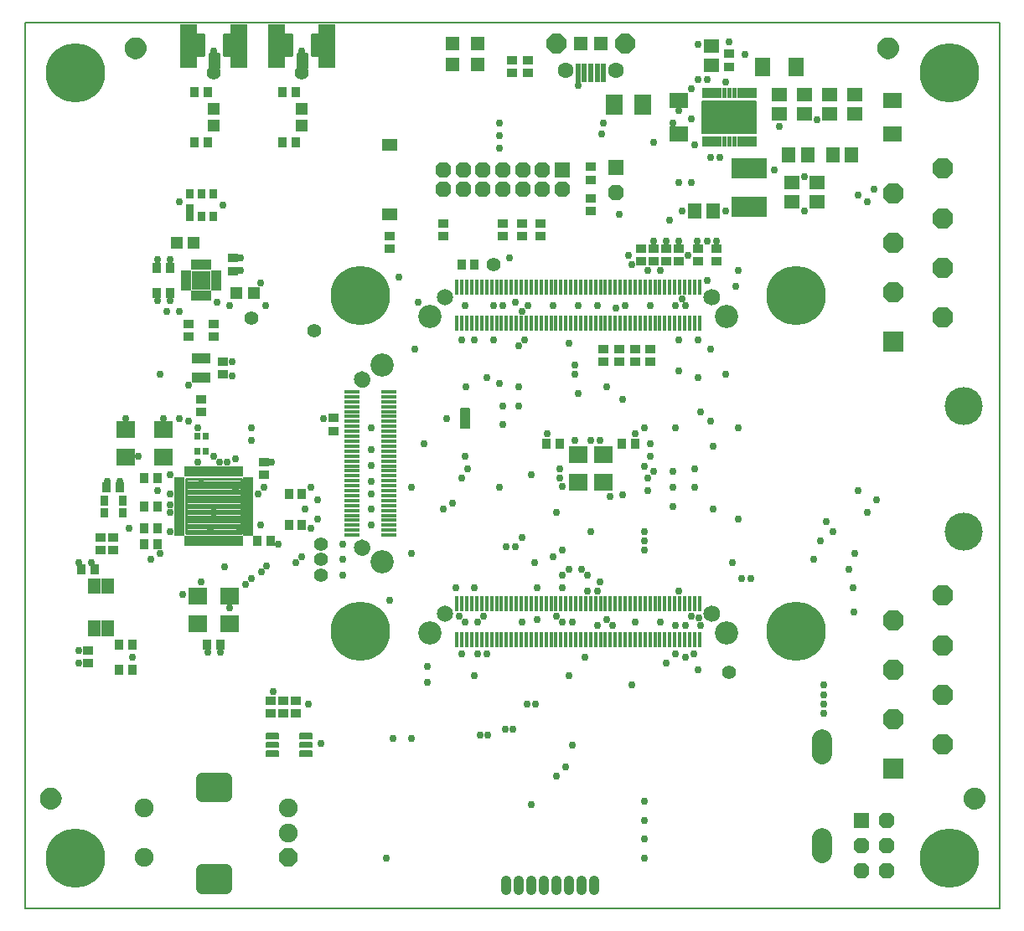
<source format=gts>
G75*
%MOIN*%
%OFA0B0*%
%FSLAX25Y25*%
%IPPOS*%
%LPD*%
%AMOC8*
5,1,8,0,0,1.08239X$1,22.5*
%
%ADD10C,0.00600*%
%ADD11C,0.23591*%
%ADD12R,0.13976X0.08071*%
%ADD13R,0.06496X0.05709*%
%ADD14C,0.01142*%
%ADD15R,0.23622X0.03937*%
%ADD16R,0.03937X0.23622*%
%ADD17R,0.07689X0.06890*%
%ADD18R,0.03346X0.04134*%
%ADD19R,0.04134X0.03346*%
%ADD20C,0.00295*%
%ADD21C,0.00108*%
%ADD22C,0.00236*%
%ADD23R,0.07480X0.03937*%
%ADD24R,0.07283X0.07283*%
%ADD25R,0.08071X0.03937*%
%ADD26R,0.03937X0.08071*%
%ADD27R,0.04528X0.04921*%
%ADD28R,0.04921X0.04528*%
%ADD29C,0.00918*%
%ADD30C,0.05591*%
%ADD31R,0.06591X0.17591*%
%ADD32C,0.00315*%
%ADD33R,0.01969X0.07677*%
%ADD34C,0.06299*%
%ADD35OC8,0.07677*%
%ADD36R,0.05512X0.05512*%
%ADD37R,0.06890X0.08465*%
%ADD38R,0.08191X0.08191*%
%ADD39OC8,0.08191*%
%ADD40C,0.04331*%
%ADD41C,0.00640*%
%ADD42OC8,0.07480*%
%ADD43C,0.07480*%
%ADD44C,0.04921*%
%ADD45R,0.01772X0.06496*%
%ADD46C,0.00000*%
%ADD47C,0.06496*%
%ADD48C,0.09252*%
%ADD49R,0.06496X0.01772*%
%ADD50C,0.04134*%
%ADD51C,0.07992*%
%ADD52R,0.07677X0.06102*%
%ADD53R,0.06102X0.07677*%
%ADD54C,0.00169*%
%ADD55C,0.00667*%
%ADD56R,0.05709X0.06496*%
%ADD57C,0.00620*%
%ADD58C,0.03346*%
%ADD59R,0.06165X0.06165*%
%ADD60OC8,0.06165*%
%ADD61R,0.05315X0.05315*%
%ADD62C,0.15157*%
%ADD63R,0.06102X0.04528*%
%ADD64C,0.02953*%
D10*
X0001300Y0001300D02*
X0388800Y0001300D01*
X0388800Y0353800D01*
X0001300Y0353800D01*
X0001300Y0001300D01*
D11*
X0021300Y0021300D03*
X0134686Y0111379D03*
X0134686Y0245237D03*
X0021300Y0333800D03*
X0307914Y0245237D03*
X0368800Y0333800D03*
X0307914Y0111379D03*
X0368800Y0021300D03*
D12*
X0289425Y0280498D03*
X0289425Y0295852D03*
D13*
X0306300Y0290040D03*
X0306300Y0282560D03*
X0316300Y0282560D03*
X0316300Y0290040D03*
X0311300Y0317560D03*
X0311300Y0325040D03*
X0301300Y0325040D03*
X0301300Y0317560D03*
X0321300Y0317560D03*
X0321300Y0325040D03*
X0331300Y0325040D03*
X0331300Y0317560D03*
X0274425Y0336935D03*
X0274425Y0344415D03*
D14*
X0065454Y0172146D02*
X0065454Y0150454D01*
X0065454Y0172146D02*
X0087146Y0172146D01*
X0087146Y0150454D01*
X0065454Y0150454D01*
X0065454Y0151595D02*
X0087146Y0151595D01*
X0087146Y0152736D02*
X0065454Y0152736D01*
X0065454Y0153877D02*
X0087146Y0153877D01*
X0087146Y0155018D02*
X0065454Y0155018D01*
X0065454Y0156159D02*
X0087146Y0156159D01*
X0087146Y0157300D02*
X0065454Y0157300D01*
X0065454Y0158441D02*
X0087146Y0158441D01*
X0087146Y0159582D02*
X0065454Y0159582D01*
X0065454Y0160723D02*
X0087146Y0160723D01*
X0087146Y0161864D02*
X0065454Y0161864D01*
X0065454Y0163005D02*
X0087146Y0163005D01*
X0087146Y0164146D02*
X0065454Y0164146D01*
X0065454Y0165287D02*
X0087146Y0165287D01*
X0087146Y0166428D02*
X0065454Y0166428D01*
X0065454Y0167569D02*
X0087146Y0167569D01*
X0087146Y0168710D02*
X0065454Y0168710D01*
X0065454Y0169851D02*
X0087146Y0169851D01*
X0087146Y0170992D02*
X0065454Y0170992D01*
X0065454Y0172133D02*
X0087146Y0172133D01*
D15*
X0076300Y0175080D03*
X0076300Y0147520D03*
D16*
X0062520Y0161300D03*
X0090080Y0161300D03*
D17*
X0082550Y0125648D03*
X0082550Y0114452D03*
X0070050Y0114452D03*
X0070050Y0125648D03*
X0056300Y0180702D03*
X0056300Y0191898D03*
X0041300Y0191898D03*
X0041300Y0180702D03*
X0221300Y0181898D03*
X0231300Y0181898D03*
X0231300Y0170702D03*
X0221300Y0170702D03*
D18*
X0213859Y0186300D03*
X0208741Y0186300D03*
X0238741Y0186300D03*
X0243859Y0186300D03*
X0180109Y0257550D03*
X0174991Y0257550D03*
X0108859Y0306300D03*
X0103741Y0306300D03*
X0103741Y0326300D03*
X0108859Y0326300D03*
X0073859Y0326300D03*
X0068741Y0326300D03*
X0068741Y0306300D03*
X0073859Y0306300D03*
X0058859Y0256300D03*
X0053741Y0256300D03*
X0053741Y0246300D03*
X0058859Y0246300D03*
X0053859Y0172550D03*
X0048741Y0172550D03*
X0038859Y0168800D03*
X0033741Y0168800D03*
X0048741Y0161300D03*
X0053859Y0161300D03*
X0053859Y0152550D03*
X0048741Y0152550D03*
X0048741Y0146300D03*
X0053859Y0146300D03*
X0028859Y0136300D03*
X0023741Y0136300D03*
X0038741Y0106300D03*
X0043859Y0106300D03*
X0043859Y0096300D03*
X0038741Y0096300D03*
X0073741Y0106300D03*
X0078859Y0106300D03*
X0093741Y0147550D03*
X0098859Y0147550D03*
X0106241Y0153800D03*
X0111359Y0153800D03*
X0111359Y0166300D03*
X0106241Y0166300D03*
D19*
X0096300Y0173741D03*
X0096300Y0178859D03*
X0123800Y0191241D03*
X0123800Y0196359D03*
X0080050Y0213741D03*
X0080050Y0218859D03*
X0076300Y0228741D03*
X0076300Y0233859D03*
X0066300Y0233859D03*
X0066300Y0228741D03*
X0071300Y0203859D03*
X0071300Y0198741D03*
X0083800Y0254991D03*
X0083800Y0260109D03*
X0146300Y0263741D03*
X0146300Y0268859D03*
X0167550Y0268741D03*
X0167550Y0273859D03*
X0191300Y0273859D03*
X0191300Y0268741D03*
X0198800Y0268741D03*
X0198800Y0273859D03*
X0206300Y0273859D03*
X0206300Y0268741D03*
X0226300Y0278741D03*
X0226300Y0283859D03*
X0226300Y0291241D03*
X0226300Y0296359D03*
X0246300Y0263859D03*
X0251300Y0263859D03*
X0256300Y0263859D03*
X0261300Y0263859D03*
X0261300Y0258741D03*
X0256300Y0258741D03*
X0251300Y0258741D03*
X0246300Y0258741D03*
X0268800Y0258741D03*
X0268800Y0263859D03*
X0276300Y0263859D03*
X0276300Y0258741D03*
X0250050Y0223859D03*
X0250050Y0218741D03*
X0243800Y0218741D03*
X0243800Y0223859D03*
X0237550Y0223859D03*
X0237550Y0218741D03*
X0231300Y0218741D03*
X0231300Y0223859D03*
X0201300Y0333741D03*
X0201300Y0338859D03*
X0195050Y0338859D03*
X0195050Y0333741D03*
X0281300Y0336241D03*
X0281300Y0341359D03*
X0108800Y0083859D03*
X0103800Y0083859D03*
X0098800Y0083859D03*
X0098800Y0078741D03*
X0103800Y0078741D03*
X0108800Y0078741D03*
X0036300Y0143741D03*
X0031300Y0143741D03*
X0031300Y0148859D03*
X0036300Y0148859D03*
X0026300Y0103859D03*
X0026300Y0098741D03*
D20*
X0034086Y0157215D02*
X0034086Y0160661D01*
X0034086Y0157215D02*
X0031428Y0157215D01*
X0031428Y0160661D01*
X0034086Y0160661D01*
X0034086Y0157509D02*
X0031428Y0157509D01*
X0031428Y0157803D02*
X0034086Y0157803D01*
X0034086Y0158097D02*
X0031428Y0158097D01*
X0031428Y0158391D02*
X0034086Y0158391D01*
X0034086Y0158685D02*
X0031428Y0158685D01*
X0031428Y0158979D02*
X0034086Y0158979D01*
X0034086Y0159273D02*
X0031428Y0159273D01*
X0031428Y0159567D02*
X0034086Y0159567D01*
X0034086Y0159861D02*
X0031428Y0159861D01*
X0031428Y0160155D02*
X0034086Y0160155D01*
X0034086Y0160449D02*
X0031428Y0160449D01*
X0031428Y0161939D02*
X0031428Y0165385D01*
X0034086Y0165385D01*
X0034086Y0161939D01*
X0031428Y0161939D01*
X0031428Y0162233D02*
X0034086Y0162233D01*
X0034086Y0162527D02*
X0031428Y0162527D01*
X0031428Y0162821D02*
X0034086Y0162821D01*
X0034086Y0163115D02*
X0031428Y0163115D01*
X0031428Y0163409D02*
X0034086Y0163409D01*
X0034086Y0163703D02*
X0031428Y0163703D01*
X0031428Y0163997D02*
X0034086Y0163997D01*
X0034086Y0164291D02*
X0031428Y0164291D01*
X0031428Y0164585D02*
X0034086Y0164585D01*
X0034086Y0164879D02*
X0031428Y0164879D01*
X0031428Y0165173D02*
X0034086Y0165173D01*
X0038514Y0165385D02*
X0038514Y0161939D01*
X0038514Y0165385D02*
X0041172Y0165385D01*
X0041172Y0161939D01*
X0038514Y0161939D01*
X0038514Y0162233D02*
X0041172Y0162233D01*
X0041172Y0162527D02*
X0038514Y0162527D01*
X0038514Y0162821D02*
X0041172Y0162821D01*
X0041172Y0163115D02*
X0038514Y0163115D01*
X0038514Y0163409D02*
X0041172Y0163409D01*
X0041172Y0163703D02*
X0038514Y0163703D01*
X0038514Y0163997D02*
X0041172Y0163997D01*
X0041172Y0164291D02*
X0038514Y0164291D01*
X0038514Y0164585D02*
X0041172Y0164585D01*
X0041172Y0164879D02*
X0038514Y0164879D01*
X0038514Y0165173D02*
X0041172Y0165173D01*
X0041172Y0160661D02*
X0041172Y0157215D01*
X0038514Y0157215D01*
X0038514Y0160661D01*
X0041172Y0160661D01*
X0041172Y0157509D02*
X0038514Y0157509D01*
X0038514Y0157803D02*
X0041172Y0157803D01*
X0041172Y0158097D02*
X0038514Y0158097D01*
X0038514Y0158391D02*
X0041172Y0158391D01*
X0041172Y0158685D02*
X0038514Y0158685D01*
X0038514Y0158979D02*
X0041172Y0158979D01*
X0041172Y0159273D02*
X0038514Y0159273D01*
X0038514Y0159567D02*
X0041172Y0159567D01*
X0041172Y0159861D02*
X0038514Y0159861D01*
X0038514Y0160155D02*
X0041172Y0160155D01*
X0041172Y0160449D02*
X0038514Y0160449D01*
D21*
X0034111Y0132664D02*
X0034111Y0126866D01*
X0034111Y0132664D02*
X0036167Y0132664D01*
X0036167Y0126866D01*
X0034111Y0126866D01*
X0034111Y0126973D02*
X0036167Y0126973D01*
X0036167Y0127080D02*
X0034111Y0127080D01*
X0034111Y0127187D02*
X0036167Y0127187D01*
X0036167Y0127294D02*
X0034111Y0127294D01*
X0034111Y0127401D02*
X0036167Y0127401D01*
X0036167Y0127508D02*
X0034111Y0127508D01*
X0034111Y0127615D02*
X0036167Y0127615D01*
X0036167Y0127722D02*
X0034111Y0127722D01*
X0034111Y0127829D02*
X0036167Y0127829D01*
X0036167Y0127936D02*
X0034111Y0127936D01*
X0034111Y0128043D02*
X0036167Y0128043D01*
X0036167Y0128150D02*
X0034111Y0128150D01*
X0034111Y0128257D02*
X0036167Y0128257D01*
X0036167Y0128364D02*
X0034111Y0128364D01*
X0034111Y0128471D02*
X0036167Y0128471D01*
X0036167Y0128578D02*
X0034111Y0128578D01*
X0034111Y0128685D02*
X0036167Y0128685D01*
X0036167Y0128792D02*
X0034111Y0128792D01*
X0034111Y0128899D02*
X0036167Y0128899D01*
X0036167Y0129006D02*
X0034111Y0129006D01*
X0034111Y0129113D02*
X0036167Y0129113D01*
X0036167Y0129220D02*
X0034111Y0129220D01*
X0034111Y0129327D02*
X0036167Y0129327D01*
X0036167Y0129434D02*
X0034111Y0129434D01*
X0034111Y0129541D02*
X0036167Y0129541D01*
X0036167Y0129648D02*
X0034111Y0129648D01*
X0034111Y0129755D02*
X0036167Y0129755D01*
X0036167Y0129862D02*
X0034111Y0129862D01*
X0034111Y0129969D02*
X0036167Y0129969D01*
X0036167Y0130076D02*
X0034111Y0130076D01*
X0034111Y0130183D02*
X0036167Y0130183D01*
X0036167Y0130290D02*
X0034111Y0130290D01*
X0034111Y0130397D02*
X0036167Y0130397D01*
X0036167Y0130504D02*
X0034111Y0130504D01*
X0034111Y0130611D02*
X0036167Y0130611D01*
X0036167Y0130718D02*
X0034111Y0130718D01*
X0034111Y0130825D02*
X0036167Y0130825D01*
X0036167Y0130932D02*
X0034111Y0130932D01*
X0034111Y0131039D02*
X0036167Y0131039D01*
X0036167Y0131146D02*
X0034111Y0131146D01*
X0034111Y0131253D02*
X0036167Y0131253D01*
X0036167Y0131360D02*
X0034111Y0131360D01*
X0034111Y0131467D02*
X0036167Y0131467D01*
X0036167Y0131574D02*
X0034111Y0131574D01*
X0034111Y0131681D02*
X0036167Y0131681D01*
X0036167Y0131788D02*
X0034111Y0131788D01*
X0034111Y0131895D02*
X0036167Y0131895D01*
X0036167Y0132002D02*
X0034111Y0132002D01*
X0034111Y0132109D02*
X0036167Y0132109D01*
X0036167Y0132216D02*
X0034111Y0132216D01*
X0034111Y0132323D02*
X0036167Y0132323D01*
X0036167Y0132430D02*
X0034111Y0132430D01*
X0034111Y0132537D02*
X0036167Y0132537D01*
X0036167Y0132644D02*
X0034111Y0132644D01*
X0031552Y0132664D02*
X0031552Y0126866D01*
X0031552Y0132664D02*
X0033608Y0132664D01*
X0033608Y0126866D01*
X0031552Y0126866D01*
X0031552Y0126973D02*
X0033608Y0126973D01*
X0033608Y0127080D02*
X0031552Y0127080D01*
X0031552Y0127187D02*
X0033608Y0127187D01*
X0033608Y0127294D02*
X0031552Y0127294D01*
X0031552Y0127401D02*
X0033608Y0127401D01*
X0033608Y0127508D02*
X0031552Y0127508D01*
X0031552Y0127615D02*
X0033608Y0127615D01*
X0033608Y0127722D02*
X0031552Y0127722D01*
X0031552Y0127829D02*
X0033608Y0127829D01*
X0033608Y0127936D02*
X0031552Y0127936D01*
X0031552Y0128043D02*
X0033608Y0128043D01*
X0033608Y0128150D02*
X0031552Y0128150D01*
X0031552Y0128257D02*
X0033608Y0128257D01*
X0033608Y0128364D02*
X0031552Y0128364D01*
X0031552Y0128471D02*
X0033608Y0128471D01*
X0033608Y0128578D02*
X0031552Y0128578D01*
X0031552Y0128685D02*
X0033608Y0128685D01*
X0033608Y0128792D02*
X0031552Y0128792D01*
X0031552Y0128899D02*
X0033608Y0128899D01*
X0033608Y0129006D02*
X0031552Y0129006D01*
X0031552Y0129113D02*
X0033608Y0129113D01*
X0033608Y0129220D02*
X0031552Y0129220D01*
X0031552Y0129327D02*
X0033608Y0129327D01*
X0033608Y0129434D02*
X0031552Y0129434D01*
X0031552Y0129541D02*
X0033608Y0129541D01*
X0033608Y0129648D02*
X0031552Y0129648D01*
X0031552Y0129755D02*
X0033608Y0129755D01*
X0033608Y0129862D02*
X0031552Y0129862D01*
X0031552Y0129969D02*
X0033608Y0129969D01*
X0033608Y0130076D02*
X0031552Y0130076D01*
X0031552Y0130183D02*
X0033608Y0130183D01*
X0033608Y0130290D02*
X0031552Y0130290D01*
X0031552Y0130397D02*
X0033608Y0130397D01*
X0033608Y0130504D02*
X0031552Y0130504D01*
X0031552Y0130611D02*
X0033608Y0130611D01*
X0033608Y0130718D02*
X0031552Y0130718D01*
X0031552Y0130825D02*
X0033608Y0130825D01*
X0033608Y0130932D02*
X0031552Y0130932D01*
X0031552Y0131039D02*
X0033608Y0131039D01*
X0033608Y0131146D02*
X0031552Y0131146D01*
X0031552Y0131253D02*
X0033608Y0131253D01*
X0033608Y0131360D02*
X0031552Y0131360D01*
X0031552Y0131467D02*
X0033608Y0131467D01*
X0033608Y0131574D02*
X0031552Y0131574D01*
X0031552Y0131681D02*
X0033608Y0131681D01*
X0033608Y0131788D02*
X0031552Y0131788D01*
X0031552Y0131895D02*
X0033608Y0131895D01*
X0033608Y0132002D02*
X0031552Y0132002D01*
X0031552Y0132109D02*
X0033608Y0132109D01*
X0033608Y0132216D02*
X0031552Y0132216D01*
X0031552Y0132323D02*
X0033608Y0132323D01*
X0033608Y0132430D02*
X0031552Y0132430D01*
X0031552Y0132537D02*
X0033608Y0132537D01*
X0033608Y0132644D02*
X0031552Y0132644D01*
X0028992Y0132664D02*
X0028992Y0126866D01*
X0028992Y0132664D02*
X0031048Y0132664D01*
X0031048Y0126866D01*
X0028992Y0126866D01*
X0028992Y0126973D02*
X0031048Y0126973D01*
X0031048Y0127080D02*
X0028992Y0127080D01*
X0028992Y0127187D02*
X0031048Y0127187D01*
X0031048Y0127294D02*
X0028992Y0127294D01*
X0028992Y0127401D02*
X0031048Y0127401D01*
X0031048Y0127508D02*
X0028992Y0127508D01*
X0028992Y0127615D02*
X0031048Y0127615D01*
X0031048Y0127722D02*
X0028992Y0127722D01*
X0028992Y0127829D02*
X0031048Y0127829D01*
X0031048Y0127936D02*
X0028992Y0127936D01*
X0028992Y0128043D02*
X0031048Y0128043D01*
X0031048Y0128150D02*
X0028992Y0128150D01*
X0028992Y0128257D02*
X0031048Y0128257D01*
X0031048Y0128364D02*
X0028992Y0128364D01*
X0028992Y0128471D02*
X0031048Y0128471D01*
X0031048Y0128578D02*
X0028992Y0128578D01*
X0028992Y0128685D02*
X0031048Y0128685D01*
X0031048Y0128792D02*
X0028992Y0128792D01*
X0028992Y0128899D02*
X0031048Y0128899D01*
X0031048Y0129006D02*
X0028992Y0129006D01*
X0028992Y0129113D02*
X0031048Y0129113D01*
X0031048Y0129220D02*
X0028992Y0129220D01*
X0028992Y0129327D02*
X0031048Y0129327D01*
X0031048Y0129434D02*
X0028992Y0129434D01*
X0028992Y0129541D02*
X0031048Y0129541D01*
X0031048Y0129648D02*
X0028992Y0129648D01*
X0028992Y0129755D02*
X0031048Y0129755D01*
X0031048Y0129862D02*
X0028992Y0129862D01*
X0028992Y0129969D02*
X0031048Y0129969D01*
X0031048Y0130076D02*
X0028992Y0130076D01*
X0028992Y0130183D02*
X0031048Y0130183D01*
X0031048Y0130290D02*
X0028992Y0130290D01*
X0028992Y0130397D02*
X0031048Y0130397D01*
X0031048Y0130504D02*
X0028992Y0130504D01*
X0028992Y0130611D02*
X0031048Y0130611D01*
X0031048Y0130718D02*
X0028992Y0130718D01*
X0028992Y0130825D02*
X0031048Y0130825D01*
X0031048Y0130932D02*
X0028992Y0130932D01*
X0028992Y0131039D02*
X0031048Y0131039D01*
X0031048Y0131146D02*
X0028992Y0131146D01*
X0028992Y0131253D02*
X0031048Y0131253D01*
X0031048Y0131360D02*
X0028992Y0131360D01*
X0028992Y0131467D02*
X0031048Y0131467D01*
X0031048Y0131574D02*
X0028992Y0131574D01*
X0028992Y0131681D02*
X0031048Y0131681D01*
X0031048Y0131788D02*
X0028992Y0131788D01*
X0028992Y0131895D02*
X0031048Y0131895D01*
X0031048Y0132002D02*
X0028992Y0132002D01*
X0028992Y0132109D02*
X0031048Y0132109D01*
X0031048Y0132216D02*
X0028992Y0132216D01*
X0028992Y0132323D02*
X0031048Y0132323D01*
X0031048Y0132430D02*
X0028992Y0132430D01*
X0028992Y0132537D02*
X0031048Y0132537D01*
X0031048Y0132644D02*
X0028992Y0132644D01*
X0026433Y0132664D02*
X0026433Y0126866D01*
X0026433Y0132664D02*
X0028489Y0132664D01*
X0028489Y0126866D01*
X0026433Y0126866D01*
X0026433Y0126973D02*
X0028489Y0126973D01*
X0028489Y0127080D02*
X0026433Y0127080D01*
X0026433Y0127187D02*
X0028489Y0127187D01*
X0028489Y0127294D02*
X0026433Y0127294D01*
X0026433Y0127401D02*
X0028489Y0127401D01*
X0028489Y0127508D02*
X0026433Y0127508D01*
X0026433Y0127615D02*
X0028489Y0127615D01*
X0028489Y0127722D02*
X0026433Y0127722D01*
X0026433Y0127829D02*
X0028489Y0127829D01*
X0028489Y0127936D02*
X0026433Y0127936D01*
X0026433Y0128043D02*
X0028489Y0128043D01*
X0028489Y0128150D02*
X0026433Y0128150D01*
X0026433Y0128257D02*
X0028489Y0128257D01*
X0028489Y0128364D02*
X0026433Y0128364D01*
X0026433Y0128471D02*
X0028489Y0128471D01*
X0028489Y0128578D02*
X0026433Y0128578D01*
X0026433Y0128685D02*
X0028489Y0128685D01*
X0028489Y0128792D02*
X0026433Y0128792D01*
X0026433Y0128899D02*
X0028489Y0128899D01*
X0028489Y0129006D02*
X0026433Y0129006D01*
X0026433Y0129113D02*
X0028489Y0129113D01*
X0028489Y0129220D02*
X0026433Y0129220D01*
X0026433Y0129327D02*
X0028489Y0129327D01*
X0028489Y0129434D02*
X0026433Y0129434D01*
X0026433Y0129541D02*
X0028489Y0129541D01*
X0028489Y0129648D02*
X0026433Y0129648D01*
X0026433Y0129755D02*
X0028489Y0129755D01*
X0028489Y0129862D02*
X0026433Y0129862D01*
X0026433Y0129969D02*
X0028489Y0129969D01*
X0028489Y0130076D02*
X0026433Y0130076D01*
X0026433Y0130183D02*
X0028489Y0130183D01*
X0028489Y0130290D02*
X0026433Y0130290D01*
X0026433Y0130397D02*
X0028489Y0130397D01*
X0028489Y0130504D02*
X0026433Y0130504D01*
X0026433Y0130611D02*
X0028489Y0130611D01*
X0028489Y0130718D02*
X0026433Y0130718D01*
X0026433Y0130825D02*
X0028489Y0130825D01*
X0028489Y0130932D02*
X0026433Y0130932D01*
X0026433Y0131039D02*
X0028489Y0131039D01*
X0028489Y0131146D02*
X0026433Y0131146D01*
X0026433Y0131253D02*
X0028489Y0131253D01*
X0028489Y0131360D02*
X0026433Y0131360D01*
X0026433Y0131467D02*
X0028489Y0131467D01*
X0028489Y0131574D02*
X0026433Y0131574D01*
X0026433Y0131681D02*
X0028489Y0131681D01*
X0028489Y0131788D02*
X0026433Y0131788D01*
X0026433Y0131895D02*
X0028489Y0131895D01*
X0028489Y0132002D02*
X0026433Y0132002D01*
X0026433Y0132109D02*
X0028489Y0132109D01*
X0028489Y0132216D02*
X0026433Y0132216D01*
X0026433Y0132323D02*
X0028489Y0132323D01*
X0028489Y0132430D02*
X0026433Y0132430D01*
X0026433Y0132537D02*
X0028489Y0132537D01*
X0028489Y0132644D02*
X0026433Y0132644D01*
X0028489Y0115734D02*
X0028489Y0109936D01*
X0026433Y0109936D01*
X0026433Y0115734D01*
X0028489Y0115734D01*
X0028489Y0110043D02*
X0026433Y0110043D01*
X0026433Y0110150D02*
X0028489Y0110150D01*
X0028489Y0110257D02*
X0026433Y0110257D01*
X0026433Y0110364D02*
X0028489Y0110364D01*
X0028489Y0110471D02*
X0026433Y0110471D01*
X0026433Y0110578D02*
X0028489Y0110578D01*
X0028489Y0110685D02*
X0026433Y0110685D01*
X0026433Y0110792D02*
X0028489Y0110792D01*
X0028489Y0110899D02*
X0026433Y0110899D01*
X0026433Y0111006D02*
X0028489Y0111006D01*
X0028489Y0111113D02*
X0026433Y0111113D01*
X0026433Y0111220D02*
X0028489Y0111220D01*
X0028489Y0111327D02*
X0026433Y0111327D01*
X0026433Y0111434D02*
X0028489Y0111434D01*
X0028489Y0111541D02*
X0026433Y0111541D01*
X0026433Y0111648D02*
X0028489Y0111648D01*
X0028489Y0111755D02*
X0026433Y0111755D01*
X0026433Y0111862D02*
X0028489Y0111862D01*
X0028489Y0111969D02*
X0026433Y0111969D01*
X0026433Y0112076D02*
X0028489Y0112076D01*
X0028489Y0112183D02*
X0026433Y0112183D01*
X0026433Y0112290D02*
X0028489Y0112290D01*
X0028489Y0112397D02*
X0026433Y0112397D01*
X0026433Y0112504D02*
X0028489Y0112504D01*
X0028489Y0112611D02*
X0026433Y0112611D01*
X0026433Y0112718D02*
X0028489Y0112718D01*
X0028489Y0112825D02*
X0026433Y0112825D01*
X0026433Y0112932D02*
X0028489Y0112932D01*
X0028489Y0113039D02*
X0026433Y0113039D01*
X0026433Y0113146D02*
X0028489Y0113146D01*
X0028489Y0113253D02*
X0026433Y0113253D01*
X0026433Y0113360D02*
X0028489Y0113360D01*
X0028489Y0113467D02*
X0026433Y0113467D01*
X0026433Y0113574D02*
X0028489Y0113574D01*
X0028489Y0113681D02*
X0026433Y0113681D01*
X0026433Y0113788D02*
X0028489Y0113788D01*
X0028489Y0113895D02*
X0026433Y0113895D01*
X0026433Y0114002D02*
X0028489Y0114002D01*
X0028489Y0114109D02*
X0026433Y0114109D01*
X0026433Y0114216D02*
X0028489Y0114216D01*
X0028489Y0114323D02*
X0026433Y0114323D01*
X0026433Y0114430D02*
X0028489Y0114430D01*
X0028489Y0114537D02*
X0026433Y0114537D01*
X0026433Y0114644D02*
X0028489Y0114644D01*
X0028489Y0114751D02*
X0026433Y0114751D01*
X0026433Y0114858D02*
X0028489Y0114858D01*
X0028489Y0114965D02*
X0026433Y0114965D01*
X0026433Y0115072D02*
X0028489Y0115072D01*
X0028489Y0115179D02*
X0026433Y0115179D01*
X0026433Y0115286D02*
X0028489Y0115286D01*
X0028489Y0115393D02*
X0026433Y0115393D01*
X0026433Y0115500D02*
X0028489Y0115500D01*
X0028489Y0115607D02*
X0026433Y0115607D01*
X0026433Y0115714D02*
X0028489Y0115714D01*
X0031048Y0115734D02*
X0031048Y0109936D01*
X0028992Y0109936D01*
X0028992Y0115734D01*
X0031048Y0115734D01*
X0031048Y0110043D02*
X0028992Y0110043D01*
X0028992Y0110150D02*
X0031048Y0110150D01*
X0031048Y0110257D02*
X0028992Y0110257D01*
X0028992Y0110364D02*
X0031048Y0110364D01*
X0031048Y0110471D02*
X0028992Y0110471D01*
X0028992Y0110578D02*
X0031048Y0110578D01*
X0031048Y0110685D02*
X0028992Y0110685D01*
X0028992Y0110792D02*
X0031048Y0110792D01*
X0031048Y0110899D02*
X0028992Y0110899D01*
X0028992Y0111006D02*
X0031048Y0111006D01*
X0031048Y0111113D02*
X0028992Y0111113D01*
X0028992Y0111220D02*
X0031048Y0111220D01*
X0031048Y0111327D02*
X0028992Y0111327D01*
X0028992Y0111434D02*
X0031048Y0111434D01*
X0031048Y0111541D02*
X0028992Y0111541D01*
X0028992Y0111648D02*
X0031048Y0111648D01*
X0031048Y0111755D02*
X0028992Y0111755D01*
X0028992Y0111862D02*
X0031048Y0111862D01*
X0031048Y0111969D02*
X0028992Y0111969D01*
X0028992Y0112076D02*
X0031048Y0112076D01*
X0031048Y0112183D02*
X0028992Y0112183D01*
X0028992Y0112290D02*
X0031048Y0112290D01*
X0031048Y0112397D02*
X0028992Y0112397D01*
X0028992Y0112504D02*
X0031048Y0112504D01*
X0031048Y0112611D02*
X0028992Y0112611D01*
X0028992Y0112718D02*
X0031048Y0112718D01*
X0031048Y0112825D02*
X0028992Y0112825D01*
X0028992Y0112932D02*
X0031048Y0112932D01*
X0031048Y0113039D02*
X0028992Y0113039D01*
X0028992Y0113146D02*
X0031048Y0113146D01*
X0031048Y0113253D02*
X0028992Y0113253D01*
X0028992Y0113360D02*
X0031048Y0113360D01*
X0031048Y0113467D02*
X0028992Y0113467D01*
X0028992Y0113574D02*
X0031048Y0113574D01*
X0031048Y0113681D02*
X0028992Y0113681D01*
X0028992Y0113788D02*
X0031048Y0113788D01*
X0031048Y0113895D02*
X0028992Y0113895D01*
X0028992Y0114002D02*
X0031048Y0114002D01*
X0031048Y0114109D02*
X0028992Y0114109D01*
X0028992Y0114216D02*
X0031048Y0114216D01*
X0031048Y0114323D02*
X0028992Y0114323D01*
X0028992Y0114430D02*
X0031048Y0114430D01*
X0031048Y0114537D02*
X0028992Y0114537D01*
X0028992Y0114644D02*
X0031048Y0114644D01*
X0031048Y0114751D02*
X0028992Y0114751D01*
X0028992Y0114858D02*
X0031048Y0114858D01*
X0031048Y0114965D02*
X0028992Y0114965D01*
X0028992Y0115072D02*
X0031048Y0115072D01*
X0031048Y0115179D02*
X0028992Y0115179D01*
X0028992Y0115286D02*
X0031048Y0115286D01*
X0031048Y0115393D02*
X0028992Y0115393D01*
X0028992Y0115500D02*
X0031048Y0115500D01*
X0031048Y0115607D02*
X0028992Y0115607D01*
X0028992Y0115714D02*
X0031048Y0115714D01*
X0033608Y0115734D02*
X0033608Y0109936D01*
X0031552Y0109936D01*
X0031552Y0115734D01*
X0033608Y0115734D01*
X0033608Y0110043D02*
X0031552Y0110043D01*
X0031552Y0110150D02*
X0033608Y0110150D01*
X0033608Y0110257D02*
X0031552Y0110257D01*
X0031552Y0110364D02*
X0033608Y0110364D01*
X0033608Y0110471D02*
X0031552Y0110471D01*
X0031552Y0110578D02*
X0033608Y0110578D01*
X0033608Y0110685D02*
X0031552Y0110685D01*
X0031552Y0110792D02*
X0033608Y0110792D01*
X0033608Y0110899D02*
X0031552Y0110899D01*
X0031552Y0111006D02*
X0033608Y0111006D01*
X0033608Y0111113D02*
X0031552Y0111113D01*
X0031552Y0111220D02*
X0033608Y0111220D01*
X0033608Y0111327D02*
X0031552Y0111327D01*
X0031552Y0111434D02*
X0033608Y0111434D01*
X0033608Y0111541D02*
X0031552Y0111541D01*
X0031552Y0111648D02*
X0033608Y0111648D01*
X0033608Y0111755D02*
X0031552Y0111755D01*
X0031552Y0111862D02*
X0033608Y0111862D01*
X0033608Y0111969D02*
X0031552Y0111969D01*
X0031552Y0112076D02*
X0033608Y0112076D01*
X0033608Y0112183D02*
X0031552Y0112183D01*
X0031552Y0112290D02*
X0033608Y0112290D01*
X0033608Y0112397D02*
X0031552Y0112397D01*
X0031552Y0112504D02*
X0033608Y0112504D01*
X0033608Y0112611D02*
X0031552Y0112611D01*
X0031552Y0112718D02*
X0033608Y0112718D01*
X0033608Y0112825D02*
X0031552Y0112825D01*
X0031552Y0112932D02*
X0033608Y0112932D01*
X0033608Y0113039D02*
X0031552Y0113039D01*
X0031552Y0113146D02*
X0033608Y0113146D01*
X0033608Y0113253D02*
X0031552Y0113253D01*
X0031552Y0113360D02*
X0033608Y0113360D01*
X0033608Y0113467D02*
X0031552Y0113467D01*
X0031552Y0113574D02*
X0033608Y0113574D01*
X0033608Y0113681D02*
X0031552Y0113681D01*
X0031552Y0113788D02*
X0033608Y0113788D01*
X0033608Y0113895D02*
X0031552Y0113895D01*
X0031552Y0114002D02*
X0033608Y0114002D01*
X0033608Y0114109D02*
X0031552Y0114109D01*
X0031552Y0114216D02*
X0033608Y0114216D01*
X0033608Y0114323D02*
X0031552Y0114323D01*
X0031552Y0114430D02*
X0033608Y0114430D01*
X0033608Y0114537D02*
X0031552Y0114537D01*
X0031552Y0114644D02*
X0033608Y0114644D01*
X0033608Y0114751D02*
X0031552Y0114751D01*
X0031552Y0114858D02*
X0033608Y0114858D01*
X0033608Y0114965D02*
X0031552Y0114965D01*
X0031552Y0115072D02*
X0033608Y0115072D01*
X0033608Y0115179D02*
X0031552Y0115179D01*
X0031552Y0115286D02*
X0033608Y0115286D01*
X0033608Y0115393D02*
X0031552Y0115393D01*
X0031552Y0115500D02*
X0033608Y0115500D01*
X0033608Y0115607D02*
X0031552Y0115607D01*
X0031552Y0115714D02*
X0033608Y0115714D01*
X0036167Y0115734D02*
X0036167Y0109936D01*
X0034111Y0109936D01*
X0034111Y0115734D01*
X0036167Y0115734D01*
X0036167Y0110043D02*
X0034111Y0110043D01*
X0034111Y0110150D02*
X0036167Y0110150D01*
X0036167Y0110257D02*
X0034111Y0110257D01*
X0034111Y0110364D02*
X0036167Y0110364D01*
X0036167Y0110471D02*
X0034111Y0110471D01*
X0034111Y0110578D02*
X0036167Y0110578D01*
X0036167Y0110685D02*
X0034111Y0110685D01*
X0034111Y0110792D02*
X0036167Y0110792D01*
X0036167Y0110899D02*
X0034111Y0110899D01*
X0034111Y0111006D02*
X0036167Y0111006D01*
X0036167Y0111113D02*
X0034111Y0111113D01*
X0034111Y0111220D02*
X0036167Y0111220D01*
X0036167Y0111327D02*
X0034111Y0111327D01*
X0034111Y0111434D02*
X0036167Y0111434D01*
X0036167Y0111541D02*
X0034111Y0111541D01*
X0034111Y0111648D02*
X0036167Y0111648D01*
X0036167Y0111755D02*
X0034111Y0111755D01*
X0034111Y0111862D02*
X0036167Y0111862D01*
X0036167Y0111969D02*
X0034111Y0111969D01*
X0034111Y0112076D02*
X0036167Y0112076D01*
X0036167Y0112183D02*
X0034111Y0112183D01*
X0034111Y0112290D02*
X0036167Y0112290D01*
X0036167Y0112397D02*
X0034111Y0112397D01*
X0034111Y0112504D02*
X0036167Y0112504D01*
X0036167Y0112611D02*
X0034111Y0112611D01*
X0034111Y0112718D02*
X0036167Y0112718D01*
X0036167Y0112825D02*
X0034111Y0112825D01*
X0034111Y0112932D02*
X0036167Y0112932D01*
X0036167Y0113039D02*
X0034111Y0113039D01*
X0034111Y0113146D02*
X0036167Y0113146D01*
X0036167Y0113253D02*
X0034111Y0113253D01*
X0034111Y0113360D02*
X0036167Y0113360D01*
X0036167Y0113467D02*
X0034111Y0113467D01*
X0034111Y0113574D02*
X0036167Y0113574D01*
X0036167Y0113681D02*
X0034111Y0113681D01*
X0034111Y0113788D02*
X0036167Y0113788D01*
X0036167Y0113895D02*
X0034111Y0113895D01*
X0034111Y0114002D02*
X0036167Y0114002D01*
X0036167Y0114109D02*
X0034111Y0114109D01*
X0034111Y0114216D02*
X0036167Y0114216D01*
X0036167Y0114323D02*
X0034111Y0114323D01*
X0034111Y0114430D02*
X0036167Y0114430D01*
X0036167Y0114537D02*
X0034111Y0114537D01*
X0034111Y0114644D02*
X0036167Y0114644D01*
X0036167Y0114751D02*
X0034111Y0114751D01*
X0034111Y0114858D02*
X0036167Y0114858D01*
X0036167Y0114965D02*
X0034111Y0114965D01*
X0034111Y0115072D02*
X0036167Y0115072D01*
X0036167Y0115179D02*
X0034111Y0115179D01*
X0034111Y0115286D02*
X0036167Y0115286D01*
X0036167Y0115393D02*
X0034111Y0115393D01*
X0034111Y0115500D02*
X0036167Y0115500D01*
X0036167Y0115607D02*
X0034111Y0115607D01*
X0034111Y0115714D02*
X0036167Y0115714D01*
D22*
X0068662Y0182088D02*
X0068662Y0184410D01*
X0070788Y0184410D01*
X0070788Y0182088D01*
X0068662Y0182088D01*
X0068662Y0182323D02*
X0070788Y0182323D01*
X0070788Y0182558D02*
X0068662Y0182558D01*
X0068662Y0182793D02*
X0070788Y0182793D01*
X0070788Y0183028D02*
X0068662Y0183028D01*
X0068662Y0183263D02*
X0070788Y0183263D01*
X0070788Y0183498D02*
X0068662Y0183498D01*
X0068662Y0183733D02*
X0070788Y0183733D01*
X0070788Y0183968D02*
X0068662Y0183968D01*
X0068662Y0184203D02*
X0070788Y0184203D01*
X0071812Y0184410D02*
X0071812Y0182088D01*
X0071812Y0184410D02*
X0073938Y0184410D01*
X0073938Y0182088D01*
X0071812Y0182088D01*
X0071812Y0182323D02*
X0073938Y0182323D01*
X0073938Y0182558D02*
X0071812Y0182558D01*
X0071812Y0182793D02*
X0073938Y0182793D01*
X0073938Y0183028D02*
X0071812Y0183028D01*
X0071812Y0183263D02*
X0073938Y0183263D01*
X0073938Y0183498D02*
X0071812Y0183498D01*
X0071812Y0183733D02*
X0073938Y0183733D01*
X0073938Y0183968D02*
X0071812Y0183968D01*
X0071812Y0184203D02*
X0073938Y0184203D01*
X0071812Y0188190D02*
X0071812Y0190512D01*
X0073938Y0190512D01*
X0073938Y0188190D01*
X0071812Y0188190D01*
X0071812Y0188425D02*
X0073938Y0188425D01*
X0073938Y0188660D02*
X0071812Y0188660D01*
X0071812Y0188895D02*
X0073938Y0188895D01*
X0073938Y0189130D02*
X0071812Y0189130D01*
X0071812Y0189365D02*
X0073938Y0189365D01*
X0073938Y0189600D02*
X0071812Y0189600D01*
X0071812Y0189835D02*
X0073938Y0189835D01*
X0073938Y0190070D02*
X0071812Y0190070D01*
X0071812Y0190305D02*
X0073938Y0190305D01*
X0068662Y0190512D02*
X0068662Y0188190D01*
X0068662Y0190512D02*
X0070788Y0190512D01*
X0070788Y0188190D01*
X0068662Y0188190D01*
X0068662Y0188425D02*
X0070788Y0188425D01*
X0070788Y0188660D02*
X0068662Y0188660D01*
X0068662Y0188895D02*
X0070788Y0188895D01*
X0070788Y0189130D02*
X0068662Y0189130D01*
X0068662Y0189365D02*
X0070788Y0189365D01*
X0070788Y0189600D02*
X0068662Y0189600D01*
X0068662Y0189835D02*
X0070788Y0189835D01*
X0070788Y0190070D02*
X0068662Y0190070D01*
X0068662Y0190305D02*
X0070788Y0190305D01*
D23*
X0071300Y0212363D03*
X0071300Y0220237D03*
D24*
X0071300Y0251300D03*
D25*
X0071300Y0257402D03*
X0071300Y0245198D03*
D26*
X0065198Y0251300D03*
X0077402Y0251300D03*
D27*
X0085454Y0246300D03*
X0092146Y0246300D03*
X0068396Y0266300D03*
X0061704Y0266300D03*
D28*
X0076300Y0312954D03*
X0076300Y0319646D03*
X0111300Y0319646D03*
X0111300Y0312954D03*
D29*
X0109464Y0335835D02*
X0109464Y0341507D01*
X0113136Y0341507D01*
X0113136Y0335835D01*
X0109464Y0335835D01*
X0109464Y0336752D02*
X0113136Y0336752D01*
X0113136Y0337669D02*
X0109464Y0337669D01*
X0109464Y0338586D02*
X0113136Y0338586D01*
X0113136Y0339503D02*
X0109464Y0339503D01*
X0109464Y0340420D02*
X0113136Y0340420D01*
X0113136Y0341337D02*
X0109464Y0341337D01*
X0103676Y0340883D02*
X0103676Y0349217D01*
X0107348Y0349217D01*
X0107348Y0340883D01*
X0103676Y0340883D01*
X0103676Y0341800D02*
X0107348Y0341800D01*
X0107348Y0342717D02*
X0103676Y0342717D01*
X0103676Y0343634D02*
X0107348Y0343634D01*
X0107348Y0344551D02*
X0103676Y0344551D01*
X0103676Y0345468D02*
X0107348Y0345468D01*
X0107348Y0346385D02*
X0103676Y0346385D01*
X0103676Y0347302D02*
X0107348Y0347302D01*
X0107348Y0348219D02*
X0103676Y0348219D01*
X0103676Y0349136D02*
X0107348Y0349136D01*
X0115252Y0349217D02*
X0115252Y0340883D01*
X0115252Y0349217D02*
X0118924Y0349217D01*
X0118924Y0340883D01*
X0115252Y0340883D01*
X0115252Y0341800D02*
X0118924Y0341800D01*
X0118924Y0342717D02*
X0115252Y0342717D01*
X0115252Y0343634D02*
X0118924Y0343634D01*
X0118924Y0344551D02*
X0115252Y0344551D01*
X0115252Y0345468D02*
X0118924Y0345468D01*
X0118924Y0346385D02*
X0115252Y0346385D01*
X0115252Y0347302D02*
X0118924Y0347302D01*
X0118924Y0348219D02*
X0115252Y0348219D01*
X0115252Y0349136D02*
X0118924Y0349136D01*
X0080252Y0349217D02*
X0080252Y0340883D01*
X0080252Y0349217D02*
X0083924Y0349217D01*
X0083924Y0340883D01*
X0080252Y0340883D01*
X0080252Y0341800D02*
X0083924Y0341800D01*
X0083924Y0342717D02*
X0080252Y0342717D01*
X0080252Y0343634D02*
X0083924Y0343634D01*
X0083924Y0344551D02*
X0080252Y0344551D01*
X0080252Y0345468D02*
X0083924Y0345468D01*
X0083924Y0346385D02*
X0080252Y0346385D01*
X0080252Y0347302D02*
X0083924Y0347302D01*
X0083924Y0348219D02*
X0080252Y0348219D01*
X0080252Y0349136D02*
X0083924Y0349136D01*
X0074464Y0341507D02*
X0074464Y0335835D01*
X0074464Y0341507D02*
X0078136Y0341507D01*
X0078136Y0335835D01*
X0074464Y0335835D01*
X0074464Y0336752D02*
X0078136Y0336752D01*
X0078136Y0337669D02*
X0074464Y0337669D01*
X0074464Y0338586D02*
X0078136Y0338586D01*
X0078136Y0339503D02*
X0074464Y0339503D01*
X0074464Y0340420D02*
X0078136Y0340420D01*
X0078136Y0341337D02*
X0074464Y0341337D01*
X0068676Y0340883D02*
X0068676Y0349217D01*
X0072348Y0349217D01*
X0072348Y0340883D01*
X0068676Y0340883D01*
X0068676Y0341800D02*
X0072348Y0341800D01*
X0072348Y0342717D02*
X0068676Y0342717D01*
X0068676Y0343634D02*
X0072348Y0343634D01*
X0072348Y0344551D02*
X0068676Y0344551D01*
X0068676Y0345468D02*
X0072348Y0345468D01*
X0072348Y0346385D02*
X0068676Y0346385D01*
X0068676Y0347302D02*
X0072348Y0347302D01*
X0072348Y0348219D02*
X0068676Y0348219D01*
X0068676Y0349136D02*
X0072348Y0349136D01*
D30*
X0076300Y0333800D03*
X0111300Y0333800D03*
X0187550Y0257550D03*
X0116300Y0231300D03*
X0091300Y0236300D03*
X0118800Y0146300D03*
X0118800Y0140050D03*
X0118800Y0133800D03*
X0281300Y0095050D03*
D31*
X0121300Y0344550D03*
X0101300Y0344550D03*
X0086300Y0344550D03*
X0066300Y0344550D03*
D32*
X0065158Y0284016D02*
X0067994Y0284016D01*
X0065158Y0284016D02*
X0065158Y0287442D01*
X0067994Y0287442D01*
X0067994Y0284016D01*
X0067994Y0284330D02*
X0065158Y0284330D01*
X0065158Y0284644D02*
X0067994Y0284644D01*
X0067994Y0284958D02*
X0065158Y0284958D01*
X0065158Y0285272D02*
X0067994Y0285272D01*
X0067994Y0285586D02*
X0065158Y0285586D01*
X0065158Y0285900D02*
X0067994Y0285900D01*
X0067994Y0286214D02*
X0065158Y0286214D01*
X0065158Y0286528D02*
X0067994Y0286528D01*
X0067994Y0286842D02*
X0065158Y0286842D01*
X0065158Y0287156D02*
X0067994Y0287156D01*
X0069882Y0284016D02*
X0072718Y0284016D01*
X0069882Y0284016D02*
X0069882Y0287442D01*
X0072718Y0287442D01*
X0072718Y0284016D01*
X0072718Y0284330D02*
X0069882Y0284330D01*
X0069882Y0284644D02*
X0072718Y0284644D01*
X0072718Y0284958D02*
X0069882Y0284958D01*
X0069882Y0285272D02*
X0072718Y0285272D01*
X0072718Y0285586D02*
X0069882Y0285586D01*
X0069882Y0285900D02*
X0072718Y0285900D01*
X0072718Y0286214D02*
X0069882Y0286214D01*
X0069882Y0286528D02*
X0072718Y0286528D01*
X0072718Y0286842D02*
X0069882Y0286842D01*
X0069882Y0287156D02*
X0072718Y0287156D01*
X0074606Y0284016D02*
X0077442Y0284016D01*
X0074606Y0284016D02*
X0074606Y0287442D01*
X0077442Y0287442D01*
X0077442Y0284016D01*
X0077442Y0284330D02*
X0074606Y0284330D01*
X0074606Y0284644D02*
X0077442Y0284644D01*
X0077442Y0284958D02*
X0074606Y0284958D01*
X0074606Y0285272D02*
X0077442Y0285272D01*
X0077442Y0285586D02*
X0074606Y0285586D01*
X0074606Y0285900D02*
X0077442Y0285900D01*
X0077442Y0286214D02*
X0074606Y0286214D01*
X0074606Y0286528D02*
X0077442Y0286528D01*
X0077442Y0286842D02*
X0074606Y0286842D01*
X0074606Y0287156D02*
X0077442Y0287156D01*
X0077442Y0275158D02*
X0074606Y0275158D01*
X0074606Y0278584D01*
X0077442Y0278584D01*
X0077442Y0275158D01*
X0077442Y0275472D02*
X0074606Y0275472D01*
X0074606Y0275786D02*
X0077442Y0275786D01*
X0077442Y0276100D02*
X0074606Y0276100D01*
X0074606Y0276414D02*
X0077442Y0276414D01*
X0077442Y0276728D02*
X0074606Y0276728D01*
X0074606Y0277042D02*
X0077442Y0277042D01*
X0077442Y0277356D02*
X0074606Y0277356D01*
X0074606Y0277670D02*
X0077442Y0277670D01*
X0077442Y0277984D02*
X0074606Y0277984D01*
X0074606Y0278298D02*
X0077442Y0278298D01*
X0072718Y0275158D02*
X0069882Y0275158D01*
X0069882Y0278584D01*
X0072718Y0278584D01*
X0072718Y0275158D01*
X0072718Y0275472D02*
X0069882Y0275472D01*
X0069882Y0275786D02*
X0072718Y0275786D01*
X0072718Y0276100D02*
X0069882Y0276100D01*
X0069882Y0276414D02*
X0072718Y0276414D01*
X0072718Y0276728D02*
X0069882Y0276728D01*
X0069882Y0277042D02*
X0072718Y0277042D01*
X0072718Y0277356D02*
X0069882Y0277356D01*
X0069882Y0277670D02*
X0072718Y0277670D01*
X0072718Y0277984D02*
X0069882Y0277984D01*
X0069882Y0278298D02*
X0072718Y0278298D01*
X0067994Y0275158D02*
X0065158Y0275158D01*
X0065158Y0281536D01*
X0067994Y0281536D01*
X0067994Y0275158D01*
X0067994Y0275472D02*
X0065158Y0275472D01*
X0065158Y0275786D02*
X0067994Y0275786D01*
X0067994Y0276100D02*
X0065158Y0276100D01*
X0065158Y0276414D02*
X0067994Y0276414D01*
X0067994Y0276728D02*
X0065158Y0276728D01*
X0065158Y0277042D02*
X0067994Y0277042D01*
X0067994Y0277356D02*
X0065158Y0277356D01*
X0065158Y0277670D02*
X0067994Y0277670D01*
X0067994Y0277984D02*
X0065158Y0277984D01*
X0065158Y0278298D02*
X0067994Y0278298D01*
X0067994Y0278612D02*
X0065158Y0278612D01*
X0065158Y0278926D02*
X0067994Y0278926D01*
X0067994Y0279240D02*
X0065158Y0279240D01*
X0065158Y0279554D02*
X0067994Y0279554D01*
X0067994Y0279868D02*
X0065158Y0279868D01*
X0065158Y0280182D02*
X0067994Y0280182D01*
X0067994Y0280496D02*
X0065158Y0280496D01*
X0065158Y0280810D02*
X0067994Y0280810D01*
X0067994Y0281124D02*
X0065158Y0281124D01*
X0065158Y0281438D02*
X0067994Y0281438D01*
D33*
X0221182Y0333977D03*
X0223741Y0333977D03*
X0226300Y0333977D03*
X0228859Y0333977D03*
X0231418Y0333977D03*
D34*
X0236143Y0334961D03*
X0216457Y0334961D03*
D35*
X0212520Y0345591D03*
X0240080Y0345591D03*
D36*
X0230237Y0345591D03*
X0222363Y0345591D03*
D37*
X0235788Y0321300D03*
X0246812Y0321300D03*
D38*
X0346615Y0226772D03*
X0346615Y0056772D03*
D39*
X0366300Y0066615D03*
X0366300Y0086300D03*
X0346615Y0076457D03*
X0346615Y0096143D03*
X0366300Y0105985D03*
X0366300Y0125670D03*
X0346615Y0115828D03*
X0366300Y0236615D03*
X0346615Y0246457D03*
X0366300Y0256300D03*
X0366300Y0275985D03*
X0346615Y0266143D03*
X0346615Y0285828D03*
X0366300Y0295670D03*
D40*
X0342260Y0343800D02*
X0342262Y0343893D01*
X0342268Y0343985D01*
X0342278Y0344077D01*
X0342292Y0344168D01*
X0342309Y0344259D01*
X0342331Y0344349D01*
X0342356Y0344438D01*
X0342385Y0344526D01*
X0342418Y0344612D01*
X0342455Y0344697D01*
X0342495Y0344781D01*
X0342539Y0344862D01*
X0342586Y0344942D01*
X0342636Y0345020D01*
X0342690Y0345095D01*
X0342747Y0345168D01*
X0342807Y0345238D01*
X0342870Y0345306D01*
X0342936Y0345371D01*
X0343004Y0345433D01*
X0343075Y0345493D01*
X0343149Y0345549D01*
X0343225Y0345602D01*
X0343303Y0345651D01*
X0343383Y0345698D01*
X0343465Y0345740D01*
X0343549Y0345780D01*
X0343634Y0345815D01*
X0343721Y0345847D01*
X0343809Y0345876D01*
X0343898Y0345900D01*
X0343988Y0345921D01*
X0344079Y0345937D01*
X0344171Y0345950D01*
X0344263Y0345959D01*
X0344356Y0345964D01*
X0344448Y0345965D01*
X0344541Y0345962D01*
X0344633Y0345955D01*
X0344725Y0345944D01*
X0344816Y0345929D01*
X0344907Y0345911D01*
X0344997Y0345888D01*
X0345085Y0345862D01*
X0345173Y0345832D01*
X0345259Y0345798D01*
X0345343Y0345761D01*
X0345426Y0345719D01*
X0345507Y0345675D01*
X0345587Y0345627D01*
X0345664Y0345576D01*
X0345738Y0345521D01*
X0345811Y0345463D01*
X0345881Y0345403D01*
X0345948Y0345339D01*
X0346012Y0345273D01*
X0346074Y0345203D01*
X0346132Y0345132D01*
X0346187Y0345058D01*
X0346239Y0344981D01*
X0346288Y0344902D01*
X0346334Y0344822D01*
X0346376Y0344739D01*
X0346414Y0344655D01*
X0346449Y0344569D01*
X0346480Y0344482D01*
X0346507Y0344394D01*
X0346530Y0344304D01*
X0346550Y0344214D01*
X0346566Y0344123D01*
X0346578Y0344031D01*
X0346586Y0343939D01*
X0346590Y0343846D01*
X0346590Y0343754D01*
X0346586Y0343661D01*
X0346578Y0343569D01*
X0346566Y0343477D01*
X0346550Y0343386D01*
X0346530Y0343296D01*
X0346507Y0343206D01*
X0346480Y0343118D01*
X0346449Y0343031D01*
X0346414Y0342945D01*
X0346376Y0342861D01*
X0346334Y0342778D01*
X0346288Y0342698D01*
X0346239Y0342619D01*
X0346187Y0342542D01*
X0346132Y0342468D01*
X0346074Y0342397D01*
X0346012Y0342327D01*
X0345948Y0342261D01*
X0345881Y0342197D01*
X0345811Y0342137D01*
X0345738Y0342079D01*
X0345664Y0342024D01*
X0345587Y0341973D01*
X0345508Y0341925D01*
X0345426Y0341881D01*
X0345343Y0341839D01*
X0345259Y0341802D01*
X0345173Y0341768D01*
X0345085Y0341738D01*
X0344997Y0341712D01*
X0344907Y0341689D01*
X0344816Y0341671D01*
X0344725Y0341656D01*
X0344633Y0341645D01*
X0344541Y0341638D01*
X0344448Y0341635D01*
X0344356Y0341636D01*
X0344263Y0341641D01*
X0344171Y0341650D01*
X0344079Y0341663D01*
X0343988Y0341679D01*
X0343898Y0341700D01*
X0343809Y0341724D01*
X0343721Y0341753D01*
X0343634Y0341785D01*
X0343549Y0341820D01*
X0343465Y0341860D01*
X0343383Y0341902D01*
X0343303Y0341949D01*
X0343225Y0341998D01*
X0343149Y0342051D01*
X0343075Y0342107D01*
X0343004Y0342167D01*
X0342936Y0342229D01*
X0342870Y0342294D01*
X0342807Y0342362D01*
X0342747Y0342432D01*
X0342690Y0342505D01*
X0342636Y0342580D01*
X0342586Y0342658D01*
X0342539Y0342738D01*
X0342495Y0342819D01*
X0342455Y0342903D01*
X0342418Y0342988D01*
X0342385Y0343074D01*
X0342356Y0343162D01*
X0342331Y0343251D01*
X0342309Y0343341D01*
X0342292Y0343432D01*
X0342278Y0343523D01*
X0342268Y0343615D01*
X0342262Y0343707D01*
X0342260Y0343800D01*
X0376635Y0045050D02*
X0376637Y0045143D01*
X0376643Y0045235D01*
X0376653Y0045327D01*
X0376667Y0045418D01*
X0376684Y0045509D01*
X0376706Y0045599D01*
X0376731Y0045688D01*
X0376760Y0045776D01*
X0376793Y0045862D01*
X0376830Y0045947D01*
X0376870Y0046031D01*
X0376914Y0046112D01*
X0376961Y0046192D01*
X0377011Y0046270D01*
X0377065Y0046345D01*
X0377122Y0046418D01*
X0377182Y0046488D01*
X0377245Y0046556D01*
X0377311Y0046621D01*
X0377379Y0046683D01*
X0377450Y0046743D01*
X0377524Y0046799D01*
X0377600Y0046852D01*
X0377678Y0046901D01*
X0377758Y0046948D01*
X0377840Y0046990D01*
X0377924Y0047030D01*
X0378009Y0047065D01*
X0378096Y0047097D01*
X0378184Y0047126D01*
X0378273Y0047150D01*
X0378363Y0047171D01*
X0378454Y0047187D01*
X0378546Y0047200D01*
X0378638Y0047209D01*
X0378731Y0047214D01*
X0378823Y0047215D01*
X0378916Y0047212D01*
X0379008Y0047205D01*
X0379100Y0047194D01*
X0379191Y0047179D01*
X0379282Y0047161D01*
X0379372Y0047138D01*
X0379460Y0047112D01*
X0379548Y0047082D01*
X0379634Y0047048D01*
X0379718Y0047011D01*
X0379801Y0046969D01*
X0379882Y0046925D01*
X0379962Y0046877D01*
X0380039Y0046826D01*
X0380113Y0046771D01*
X0380186Y0046713D01*
X0380256Y0046653D01*
X0380323Y0046589D01*
X0380387Y0046523D01*
X0380449Y0046453D01*
X0380507Y0046382D01*
X0380562Y0046308D01*
X0380614Y0046231D01*
X0380663Y0046152D01*
X0380709Y0046072D01*
X0380751Y0045989D01*
X0380789Y0045905D01*
X0380824Y0045819D01*
X0380855Y0045732D01*
X0380882Y0045644D01*
X0380905Y0045554D01*
X0380925Y0045464D01*
X0380941Y0045373D01*
X0380953Y0045281D01*
X0380961Y0045189D01*
X0380965Y0045096D01*
X0380965Y0045004D01*
X0380961Y0044911D01*
X0380953Y0044819D01*
X0380941Y0044727D01*
X0380925Y0044636D01*
X0380905Y0044546D01*
X0380882Y0044456D01*
X0380855Y0044368D01*
X0380824Y0044281D01*
X0380789Y0044195D01*
X0380751Y0044111D01*
X0380709Y0044028D01*
X0380663Y0043948D01*
X0380614Y0043869D01*
X0380562Y0043792D01*
X0380507Y0043718D01*
X0380449Y0043647D01*
X0380387Y0043577D01*
X0380323Y0043511D01*
X0380256Y0043447D01*
X0380186Y0043387D01*
X0380113Y0043329D01*
X0380039Y0043274D01*
X0379962Y0043223D01*
X0379883Y0043175D01*
X0379801Y0043131D01*
X0379718Y0043089D01*
X0379634Y0043052D01*
X0379548Y0043018D01*
X0379460Y0042988D01*
X0379372Y0042962D01*
X0379282Y0042939D01*
X0379191Y0042921D01*
X0379100Y0042906D01*
X0379008Y0042895D01*
X0378916Y0042888D01*
X0378823Y0042885D01*
X0378731Y0042886D01*
X0378638Y0042891D01*
X0378546Y0042900D01*
X0378454Y0042913D01*
X0378363Y0042929D01*
X0378273Y0042950D01*
X0378184Y0042974D01*
X0378096Y0043003D01*
X0378009Y0043035D01*
X0377924Y0043070D01*
X0377840Y0043110D01*
X0377758Y0043152D01*
X0377678Y0043199D01*
X0377600Y0043248D01*
X0377524Y0043301D01*
X0377450Y0043357D01*
X0377379Y0043417D01*
X0377311Y0043479D01*
X0377245Y0043544D01*
X0377182Y0043612D01*
X0377122Y0043682D01*
X0377065Y0043755D01*
X0377011Y0043830D01*
X0376961Y0043908D01*
X0376914Y0043988D01*
X0376870Y0044069D01*
X0376830Y0044153D01*
X0376793Y0044238D01*
X0376760Y0044324D01*
X0376731Y0044412D01*
X0376706Y0044501D01*
X0376684Y0044591D01*
X0376667Y0044682D01*
X0376653Y0044773D01*
X0376643Y0044865D01*
X0376637Y0044957D01*
X0376635Y0045050D01*
X0042885Y0343800D02*
X0042887Y0343893D01*
X0042893Y0343985D01*
X0042903Y0344077D01*
X0042917Y0344168D01*
X0042934Y0344259D01*
X0042956Y0344349D01*
X0042981Y0344438D01*
X0043010Y0344526D01*
X0043043Y0344612D01*
X0043080Y0344697D01*
X0043120Y0344781D01*
X0043164Y0344862D01*
X0043211Y0344942D01*
X0043261Y0345020D01*
X0043315Y0345095D01*
X0043372Y0345168D01*
X0043432Y0345238D01*
X0043495Y0345306D01*
X0043561Y0345371D01*
X0043629Y0345433D01*
X0043700Y0345493D01*
X0043774Y0345549D01*
X0043850Y0345602D01*
X0043928Y0345651D01*
X0044008Y0345698D01*
X0044090Y0345740D01*
X0044174Y0345780D01*
X0044259Y0345815D01*
X0044346Y0345847D01*
X0044434Y0345876D01*
X0044523Y0345900D01*
X0044613Y0345921D01*
X0044704Y0345937D01*
X0044796Y0345950D01*
X0044888Y0345959D01*
X0044981Y0345964D01*
X0045073Y0345965D01*
X0045166Y0345962D01*
X0045258Y0345955D01*
X0045350Y0345944D01*
X0045441Y0345929D01*
X0045532Y0345911D01*
X0045622Y0345888D01*
X0045710Y0345862D01*
X0045798Y0345832D01*
X0045884Y0345798D01*
X0045968Y0345761D01*
X0046051Y0345719D01*
X0046132Y0345675D01*
X0046212Y0345627D01*
X0046289Y0345576D01*
X0046363Y0345521D01*
X0046436Y0345463D01*
X0046506Y0345403D01*
X0046573Y0345339D01*
X0046637Y0345273D01*
X0046699Y0345203D01*
X0046757Y0345132D01*
X0046812Y0345058D01*
X0046864Y0344981D01*
X0046913Y0344902D01*
X0046959Y0344822D01*
X0047001Y0344739D01*
X0047039Y0344655D01*
X0047074Y0344569D01*
X0047105Y0344482D01*
X0047132Y0344394D01*
X0047155Y0344304D01*
X0047175Y0344214D01*
X0047191Y0344123D01*
X0047203Y0344031D01*
X0047211Y0343939D01*
X0047215Y0343846D01*
X0047215Y0343754D01*
X0047211Y0343661D01*
X0047203Y0343569D01*
X0047191Y0343477D01*
X0047175Y0343386D01*
X0047155Y0343296D01*
X0047132Y0343206D01*
X0047105Y0343118D01*
X0047074Y0343031D01*
X0047039Y0342945D01*
X0047001Y0342861D01*
X0046959Y0342778D01*
X0046913Y0342698D01*
X0046864Y0342619D01*
X0046812Y0342542D01*
X0046757Y0342468D01*
X0046699Y0342397D01*
X0046637Y0342327D01*
X0046573Y0342261D01*
X0046506Y0342197D01*
X0046436Y0342137D01*
X0046363Y0342079D01*
X0046289Y0342024D01*
X0046212Y0341973D01*
X0046133Y0341925D01*
X0046051Y0341881D01*
X0045968Y0341839D01*
X0045884Y0341802D01*
X0045798Y0341768D01*
X0045710Y0341738D01*
X0045622Y0341712D01*
X0045532Y0341689D01*
X0045441Y0341671D01*
X0045350Y0341656D01*
X0045258Y0341645D01*
X0045166Y0341638D01*
X0045073Y0341635D01*
X0044981Y0341636D01*
X0044888Y0341641D01*
X0044796Y0341650D01*
X0044704Y0341663D01*
X0044613Y0341679D01*
X0044523Y0341700D01*
X0044434Y0341724D01*
X0044346Y0341753D01*
X0044259Y0341785D01*
X0044174Y0341820D01*
X0044090Y0341860D01*
X0044008Y0341902D01*
X0043928Y0341949D01*
X0043850Y0341998D01*
X0043774Y0342051D01*
X0043700Y0342107D01*
X0043629Y0342167D01*
X0043561Y0342229D01*
X0043495Y0342294D01*
X0043432Y0342362D01*
X0043372Y0342432D01*
X0043315Y0342505D01*
X0043261Y0342580D01*
X0043211Y0342658D01*
X0043164Y0342738D01*
X0043120Y0342819D01*
X0043080Y0342903D01*
X0043043Y0342988D01*
X0043010Y0343074D01*
X0042981Y0343162D01*
X0042956Y0343251D01*
X0042934Y0343341D01*
X0042917Y0343432D01*
X0042903Y0343523D01*
X0042893Y0343615D01*
X0042887Y0343707D01*
X0042885Y0343800D01*
X0009135Y0045050D02*
X0009137Y0045143D01*
X0009143Y0045235D01*
X0009153Y0045327D01*
X0009167Y0045418D01*
X0009184Y0045509D01*
X0009206Y0045599D01*
X0009231Y0045688D01*
X0009260Y0045776D01*
X0009293Y0045862D01*
X0009330Y0045947D01*
X0009370Y0046031D01*
X0009414Y0046112D01*
X0009461Y0046192D01*
X0009511Y0046270D01*
X0009565Y0046345D01*
X0009622Y0046418D01*
X0009682Y0046488D01*
X0009745Y0046556D01*
X0009811Y0046621D01*
X0009879Y0046683D01*
X0009950Y0046743D01*
X0010024Y0046799D01*
X0010100Y0046852D01*
X0010178Y0046901D01*
X0010258Y0046948D01*
X0010340Y0046990D01*
X0010424Y0047030D01*
X0010509Y0047065D01*
X0010596Y0047097D01*
X0010684Y0047126D01*
X0010773Y0047150D01*
X0010863Y0047171D01*
X0010954Y0047187D01*
X0011046Y0047200D01*
X0011138Y0047209D01*
X0011231Y0047214D01*
X0011323Y0047215D01*
X0011416Y0047212D01*
X0011508Y0047205D01*
X0011600Y0047194D01*
X0011691Y0047179D01*
X0011782Y0047161D01*
X0011872Y0047138D01*
X0011960Y0047112D01*
X0012048Y0047082D01*
X0012134Y0047048D01*
X0012218Y0047011D01*
X0012301Y0046969D01*
X0012382Y0046925D01*
X0012462Y0046877D01*
X0012539Y0046826D01*
X0012613Y0046771D01*
X0012686Y0046713D01*
X0012756Y0046653D01*
X0012823Y0046589D01*
X0012887Y0046523D01*
X0012949Y0046453D01*
X0013007Y0046382D01*
X0013062Y0046308D01*
X0013114Y0046231D01*
X0013163Y0046152D01*
X0013209Y0046072D01*
X0013251Y0045989D01*
X0013289Y0045905D01*
X0013324Y0045819D01*
X0013355Y0045732D01*
X0013382Y0045644D01*
X0013405Y0045554D01*
X0013425Y0045464D01*
X0013441Y0045373D01*
X0013453Y0045281D01*
X0013461Y0045189D01*
X0013465Y0045096D01*
X0013465Y0045004D01*
X0013461Y0044911D01*
X0013453Y0044819D01*
X0013441Y0044727D01*
X0013425Y0044636D01*
X0013405Y0044546D01*
X0013382Y0044456D01*
X0013355Y0044368D01*
X0013324Y0044281D01*
X0013289Y0044195D01*
X0013251Y0044111D01*
X0013209Y0044028D01*
X0013163Y0043948D01*
X0013114Y0043869D01*
X0013062Y0043792D01*
X0013007Y0043718D01*
X0012949Y0043647D01*
X0012887Y0043577D01*
X0012823Y0043511D01*
X0012756Y0043447D01*
X0012686Y0043387D01*
X0012613Y0043329D01*
X0012539Y0043274D01*
X0012462Y0043223D01*
X0012383Y0043175D01*
X0012301Y0043131D01*
X0012218Y0043089D01*
X0012134Y0043052D01*
X0012048Y0043018D01*
X0011960Y0042988D01*
X0011872Y0042962D01*
X0011782Y0042939D01*
X0011691Y0042921D01*
X0011600Y0042906D01*
X0011508Y0042895D01*
X0011416Y0042888D01*
X0011323Y0042885D01*
X0011231Y0042886D01*
X0011138Y0042891D01*
X0011046Y0042900D01*
X0010954Y0042913D01*
X0010863Y0042929D01*
X0010773Y0042950D01*
X0010684Y0042974D01*
X0010596Y0043003D01*
X0010509Y0043035D01*
X0010424Y0043070D01*
X0010340Y0043110D01*
X0010258Y0043152D01*
X0010178Y0043199D01*
X0010100Y0043248D01*
X0010024Y0043301D01*
X0009950Y0043357D01*
X0009879Y0043417D01*
X0009811Y0043479D01*
X0009745Y0043544D01*
X0009682Y0043612D01*
X0009622Y0043682D01*
X0009565Y0043755D01*
X0009511Y0043830D01*
X0009461Y0043908D01*
X0009414Y0043988D01*
X0009370Y0044069D01*
X0009330Y0044153D01*
X0009293Y0044238D01*
X0009260Y0044324D01*
X0009231Y0044412D01*
X0009206Y0044501D01*
X0009184Y0044591D01*
X0009167Y0044682D01*
X0009153Y0044773D01*
X0009143Y0044865D01*
X0009137Y0044957D01*
X0009135Y0045050D01*
D41*
X0097270Y0061798D02*
X0101944Y0061798D01*
X0097270Y0061798D02*
X0097270Y0063716D01*
X0101944Y0063716D01*
X0101944Y0061798D01*
X0101944Y0062437D02*
X0097270Y0062437D01*
X0097270Y0063076D02*
X0101944Y0063076D01*
X0101944Y0063715D02*
X0097270Y0063715D01*
X0097270Y0065341D02*
X0101944Y0065341D01*
X0097270Y0065341D02*
X0097270Y0067259D01*
X0101944Y0067259D01*
X0101944Y0065341D01*
X0101944Y0065980D02*
X0097270Y0065980D01*
X0097270Y0066619D02*
X0101944Y0066619D01*
X0101944Y0067258D02*
X0097270Y0067258D01*
X0097270Y0068884D02*
X0101944Y0068884D01*
X0097270Y0068884D02*
X0097270Y0070802D01*
X0101944Y0070802D01*
X0101944Y0068884D01*
X0101944Y0069523D02*
X0097270Y0069523D01*
X0097270Y0070162D02*
X0101944Y0070162D01*
X0101944Y0070801D02*
X0097270Y0070801D01*
X0110656Y0070802D02*
X0115330Y0070802D01*
X0115330Y0068884D01*
X0110656Y0068884D01*
X0110656Y0070802D01*
X0110656Y0069523D02*
X0115330Y0069523D01*
X0115330Y0070162D02*
X0110656Y0070162D01*
X0110656Y0070801D02*
X0115330Y0070801D01*
X0115330Y0067259D02*
X0110656Y0067259D01*
X0115330Y0067259D02*
X0115330Y0065341D01*
X0110656Y0065341D01*
X0110656Y0067259D01*
X0110656Y0065980D02*
X0115330Y0065980D01*
X0115330Y0066619D02*
X0110656Y0066619D01*
X0110656Y0067258D02*
X0115330Y0067258D01*
X0115330Y0063716D02*
X0110656Y0063716D01*
X0115330Y0063716D02*
X0115330Y0061798D01*
X0110656Y0061798D01*
X0110656Y0063716D01*
X0110656Y0062437D02*
X0115330Y0062437D01*
X0115330Y0063076D02*
X0110656Y0063076D01*
X0110656Y0063715D02*
X0115330Y0063715D01*
D42*
X0105828Y0021457D03*
D43*
X0105828Y0031300D03*
X0105828Y0041143D03*
X0048741Y0041143D03*
X0048741Y0021457D03*
D44*
X0071576Y0016339D02*
X0071576Y0009646D01*
X0081024Y0009646D01*
X0081024Y0016339D01*
X0071576Y0016339D01*
X0071576Y0012993D02*
X0081024Y0012993D01*
X0081024Y0046261D02*
X0071576Y0046261D01*
X0071576Y0052954D01*
X0081024Y0052954D01*
X0081024Y0046261D01*
X0081024Y0049607D02*
X0071576Y0049607D01*
D45*
X0173072Y0108032D03*
X0175040Y0108032D03*
X0177009Y0108032D03*
X0178977Y0108032D03*
X0180946Y0108032D03*
X0182914Y0108032D03*
X0184883Y0108032D03*
X0186851Y0108032D03*
X0188820Y0108032D03*
X0190788Y0108032D03*
X0192757Y0108032D03*
X0194725Y0108032D03*
X0196694Y0108032D03*
X0198662Y0108032D03*
X0200631Y0108032D03*
X0202599Y0108032D03*
X0204568Y0108032D03*
X0206536Y0108032D03*
X0208505Y0108032D03*
X0210473Y0108032D03*
X0212442Y0108032D03*
X0214410Y0108032D03*
X0216379Y0108032D03*
X0218347Y0108032D03*
X0220316Y0108032D03*
X0222284Y0108032D03*
X0224253Y0108032D03*
X0226221Y0108032D03*
X0228190Y0108032D03*
X0230158Y0108032D03*
X0232127Y0108032D03*
X0234095Y0108032D03*
X0236064Y0108032D03*
X0238032Y0108032D03*
X0240001Y0108032D03*
X0241969Y0108032D03*
X0243938Y0108032D03*
X0245906Y0108032D03*
X0247875Y0108032D03*
X0249843Y0108032D03*
X0251812Y0108032D03*
X0253780Y0108032D03*
X0255749Y0108032D03*
X0257717Y0108032D03*
X0259686Y0108032D03*
X0261654Y0108032D03*
X0263623Y0108032D03*
X0265591Y0108032D03*
X0267560Y0108032D03*
X0269528Y0108032D03*
X0269528Y0122599D03*
X0267560Y0122599D03*
X0265591Y0122599D03*
X0263623Y0122599D03*
X0261654Y0122599D03*
X0259686Y0122599D03*
X0257717Y0122599D03*
X0255749Y0122599D03*
X0253780Y0122599D03*
X0251812Y0122599D03*
X0249843Y0122599D03*
X0247875Y0122599D03*
X0245906Y0122599D03*
X0243938Y0122599D03*
X0241969Y0122599D03*
X0240001Y0122599D03*
X0238032Y0122599D03*
X0236064Y0122599D03*
X0234095Y0122599D03*
X0232127Y0122599D03*
X0230158Y0122599D03*
X0228190Y0122599D03*
X0226221Y0122599D03*
X0224253Y0122599D03*
X0222284Y0122599D03*
X0220316Y0122599D03*
X0218347Y0122599D03*
X0216379Y0122599D03*
X0214410Y0122599D03*
X0212442Y0122599D03*
X0210473Y0122599D03*
X0208505Y0122599D03*
X0206536Y0122599D03*
X0204568Y0122599D03*
X0202599Y0122599D03*
X0200631Y0122599D03*
X0198662Y0122599D03*
X0196694Y0122599D03*
X0194725Y0122599D03*
X0192757Y0122599D03*
X0190788Y0122599D03*
X0188820Y0122599D03*
X0186851Y0122599D03*
X0184883Y0122599D03*
X0182914Y0122599D03*
X0180946Y0122599D03*
X0178977Y0122599D03*
X0177009Y0122599D03*
X0175040Y0122599D03*
X0173072Y0122599D03*
X0173072Y0234017D03*
X0175040Y0234017D03*
X0177009Y0234017D03*
X0178977Y0234017D03*
X0180946Y0234017D03*
X0182914Y0234017D03*
X0184883Y0234017D03*
X0186851Y0234017D03*
X0188820Y0234017D03*
X0190788Y0234017D03*
X0192757Y0234017D03*
X0194725Y0234017D03*
X0196694Y0234017D03*
X0198662Y0234017D03*
X0200631Y0234017D03*
X0202599Y0234017D03*
X0204568Y0234017D03*
X0206536Y0234017D03*
X0208505Y0234017D03*
X0210473Y0234017D03*
X0212442Y0234017D03*
X0214410Y0234017D03*
X0216379Y0234017D03*
X0218347Y0234017D03*
X0220316Y0234017D03*
X0222284Y0234017D03*
X0224253Y0234017D03*
X0226221Y0234017D03*
X0228190Y0234017D03*
X0230158Y0234017D03*
X0232127Y0234017D03*
X0234095Y0234017D03*
X0236064Y0234017D03*
X0238032Y0234017D03*
X0240001Y0234017D03*
X0241969Y0234017D03*
X0243938Y0234017D03*
X0245906Y0234017D03*
X0247875Y0234017D03*
X0249843Y0234017D03*
X0251812Y0234017D03*
X0253780Y0234017D03*
X0255749Y0234017D03*
X0257717Y0234017D03*
X0259686Y0234017D03*
X0261654Y0234017D03*
X0263623Y0234017D03*
X0265591Y0234017D03*
X0267560Y0234017D03*
X0269528Y0234017D03*
X0269528Y0248583D03*
X0267560Y0248583D03*
X0265591Y0248583D03*
X0263623Y0248583D03*
X0261654Y0248583D03*
X0259686Y0248583D03*
X0257717Y0248583D03*
X0255749Y0248583D03*
X0253780Y0248583D03*
X0251812Y0248583D03*
X0249843Y0248583D03*
X0247875Y0248583D03*
X0245906Y0248583D03*
X0243938Y0248583D03*
X0241969Y0248583D03*
X0240001Y0248583D03*
X0238032Y0248583D03*
X0236064Y0248583D03*
X0234095Y0248583D03*
X0232127Y0248583D03*
X0230158Y0248583D03*
X0228190Y0248583D03*
X0226221Y0248583D03*
X0224253Y0248583D03*
X0222284Y0248583D03*
X0220316Y0248583D03*
X0218347Y0248583D03*
X0216379Y0248583D03*
X0214410Y0248583D03*
X0212442Y0248583D03*
X0210473Y0248583D03*
X0208505Y0248583D03*
X0206536Y0248583D03*
X0204568Y0248583D03*
X0202599Y0248583D03*
X0200631Y0248583D03*
X0198662Y0248583D03*
X0196694Y0248583D03*
X0194725Y0248583D03*
X0192757Y0248583D03*
X0190788Y0248583D03*
X0188820Y0248583D03*
X0186851Y0248583D03*
X0184883Y0248583D03*
X0182914Y0248583D03*
X0180946Y0248583D03*
X0178977Y0248583D03*
X0177009Y0248583D03*
X0175040Y0248583D03*
X0173072Y0248583D03*
D46*
X0165197Y0244646D02*
X0165199Y0244754D01*
X0165205Y0244863D01*
X0165215Y0244971D01*
X0165229Y0245078D01*
X0165247Y0245185D01*
X0165268Y0245292D01*
X0165294Y0245397D01*
X0165324Y0245502D01*
X0165357Y0245605D01*
X0165394Y0245707D01*
X0165435Y0245807D01*
X0165479Y0245906D01*
X0165528Y0246004D01*
X0165579Y0246099D01*
X0165634Y0246192D01*
X0165693Y0246284D01*
X0165755Y0246373D01*
X0165820Y0246460D01*
X0165888Y0246544D01*
X0165959Y0246626D01*
X0166033Y0246705D01*
X0166110Y0246781D01*
X0166190Y0246855D01*
X0166273Y0246925D01*
X0166358Y0246993D01*
X0166445Y0247057D01*
X0166535Y0247118D01*
X0166627Y0247176D01*
X0166721Y0247230D01*
X0166817Y0247281D01*
X0166914Y0247328D01*
X0167014Y0247372D01*
X0167115Y0247412D01*
X0167217Y0247448D01*
X0167320Y0247480D01*
X0167425Y0247509D01*
X0167531Y0247533D01*
X0167637Y0247554D01*
X0167744Y0247571D01*
X0167852Y0247584D01*
X0167960Y0247593D01*
X0168069Y0247598D01*
X0168177Y0247599D01*
X0168286Y0247596D01*
X0168394Y0247589D01*
X0168502Y0247578D01*
X0168609Y0247563D01*
X0168716Y0247544D01*
X0168822Y0247521D01*
X0168927Y0247495D01*
X0169032Y0247464D01*
X0169134Y0247430D01*
X0169236Y0247392D01*
X0169336Y0247350D01*
X0169435Y0247305D01*
X0169532Y0247256D01*
X0169626Y0247203D01*
X0169719Y0247147D01*
X0169810Y0247088D01*
X0169899Y0247025D01*
X0169985Y0246960D01*
X0170069Y0246891D01*
X0170150Y0246819D01*
X0170228Y0246744D01*
X0170304Y0246666D01*
X0170377Y0246585D01*
X0170447Y0246502D01*
X0170513Y0246417D01*
X0170577Y0246329D01*
X0170637Y0246238D01*
X0170694Y0246146D01*
X0170747Y0246051D01*
X0170797Y0245955D01*
X0170843Y0245857D01*
X0170886Y0245757D01*
X0170925Y0245656D01*
X0170960Y0245553D01*
X0170992Y0245450D01*
X0171019Y0245345D01*
X0171043Y0245239D01*
X0171063Y0245132D01*
X0171079Y0245025D01*
X0171091Y0244917D01*
X0171099Y0244809D01*
X0171103Y0244700D01*
X0171103Y0244592D01*
X0171099Y0244483D01*
X0171091Y0244375D01*
X0171079Y0244267D01*
X0171063Y0244160D01*
X0171043Y0244053D01*
X0171019Y0243947D01*
X0170992Y0243842D01*
X0170960Y0243739D01*
X0170925Y0243636D01*
X0170886Y0243535D01*
X0170843Y0243435D01*
X0170797Y0243337D01*
X0170747Y0243241D01*
X0170694Y0243146D01*
X0170637Y0243054D01*
X0170577Y0242963D01*
X0170513Y0242875D01*
X0170447Y0242790D01*
X0170377Y0242707D01*
X0170304Y0242626D01*
X0170228Y0242548D01*
X0170150Y0242473D01*
X0170069Y0242401D01*
X0169985Y0242332D01*
X0169899Y0242267D01*
X0169810Y0242204D01*
X0169719Y0242145D01*
X0169627Y0242089D01*
X0169532Y0242036D01*
X0169435Y0241987D01*
X0169336Y0241942D01*
X0169236Y0241900D01*
X0169134Y0241862D01*
X0169032Y0241828D01*
X0168927Y0241797D01*
X0168822Y0241771D01*
X0168716Y0241748D01*
X0168609Y0241729D01*
X0168502Y0241714D01*
X0168394Y0241703D01*
X0168286Y0241696D01*
X0168177Y0241693D01*
X0168069Y0241694D01*
X0167960Y0241699D01*
X0167852Y0241708D01*
X0167744Y0241721D01*
X0167637Y0241738D01*
X0167531Y0241759D01*
X0167425Y0241783D01*
X0167320Y0241812D01*
X0167217Y0241844D01*
X0167115Y0241880D01*
X0167014Y0241920D01*
X0166914Y0241964D01*
X0166817Y0242011D01*
X0166721Y0242062D01*
X0166627Y0242116D01*
X0166535Y0242174D01*
X0166445Y0242235D01*
X0166358Y0242299D01*
X0166273Y0242367D01*
X0166190Y0242437D01*
X0166110Y0242511D01*
X0166033Y0242587D01*
X0165959Y0242666D01*
X0165888Y0242748D01*
X0165820Y0242832D01*
X0165755Y0242919D01*
X0165693Y0243008D01*
X0165634Y0243100D01*
X0165579Y0243193D01*
X0165528Y0243288D01*
X0165479Y0243386D01*
X0165435Y0243485D01*
X0165394Y0243585D01*
X0165357Y0243687D01*
X0165324Y0243790D01*
X0165294Y0243895D01*
X0165268Y0244000D01*
X0165247Y0244107D01*
X0165229Y0244214D01*
X0165215Y0244321D01*
X0165205Y0244429D01*
X0165199Y0244538D01*
X0165197Y0244646D01*
X0132323Y0211772D02*
X0132325Y0211880D01*
X0132331Y0211989D01*
X0132341Y0212097D01*
X0132355Y0212204D01*
X0132373Y0212311D01*
X0132394Y0212418D01*
X0132420Y0212523D01*
X0132450Y0212628D01*
X0132483Y0212731D01*
X0132520Y0212833D01*
X0132561Y0212933D01*
X0132605Y0213032D01*
X0132654Y0213130D01*
X0132705Y0213225D01*
X0132760Y0213318D01*
X0132819Y0213410D01*
X0132881Y0213499D01*
X0132946Y0213586D01*
X0133014Y0213670D01*
X0133085Y0213752D01*
X0133159Y0213831D01*
X0133236Y0213907D01*
X0133316Y0213981D01*
X0133399Y0214051D01*
X0133484Y0214119D01*
X0133571Y0214183D01*
X0133661Y0214244D01*
X0133753Y0214302D01*
X0133847Y0214356D01*
X0133943Y0214407D01*
X0134040Y0214454D01*
X0134140Y0214498D01*
X0134241Y0214538D01*
X0134343Y0214574D01*
X0134446Y0214606D01*
X0134551Y0214635D01*
X0134657Y0214659D01*
X0134763Y0214680D01*
X0134870Y0214697D01*
X0134978Y0214710D01*
X0135086Y0214719D01*
X0135195Y0214724D01*
X0135303Y0214725D01*
X0135412Y0214722D01*
X0135520Y0214715D01*
X0135628Y0214704D01*
X0135735Y0214689D01*
X0135842Y0214670D01*
X0135948Y0214647D01*
X0136053Y0214621D01*
X0136158Y0214590D01*
X0136260Y0214556D01*
X0136362Y0214518D01*
X0136462Y0214476D01*
X0136561Y0214431D01*
X0136658Y0214382D01*
X0136752Y0214329D01*
X0136845Y0214273D01*
X0136936Y0214214D01*
X0137025Y0214151D01*
X0137111Y0214086D01*
X0137195Y0214017D01*
X0137276Y0213945D01*
X0137354Y0213870D01*
X0137430Y0213792D01*
X0137503Y0213711D01*
X0137573Y0213628D01*
X0137639Y0213543D01*
X0137703Y0213455D01*
X0137763Y0213364D01*
X0137820Y0213272D01*
X0137873Y0213177D01*
X0137923Y0213081D01*
X0137969Y0212983D01*
X0138012Y0212883D01*
X0138051Y0212782D01*
X0138086Y0212679D01*
X0138118Y0212576D01*
X0138145Y0212471D01*
X0138169Y0212365D01*
X0138189Y0212258D01*
X0138205Y0212151D01*
X0138217Y0212043D01*
X0138225Y0211935D01*
X0138229Y0211826D01*
X0138229Y0211718D01*
X0138225Y0211609D01*
X0138217Y0211501D01*
X0138205Y0211393D01*
X0138189Y0211286D01*
X0138169Y0211179D01*
X0138145Y0211073D01*
X0138118Y0210968D01*
X0138086Y0210865D01*
X0138051Y0210762D01*
X0138012Y0210661D01*
X0137969Y0210561D01*
X0137923Y0210463D01*
X0137873Y0210367D01*
X0137820Y0210272D01*
X0137763Y0210180D01*
X0137703Y0210089D01*
X0137639Y0210001D01*
X0137573Y0209916D01*
X0137503Y0209833D01*
X0137430Y0209752D01*
X0137354Y0209674D01*
X0137276Y0209599D01*
X0137195Y0209527D01*
X0137111Y0209458D01*
X0137025Y0209393D01*
X0136936Y0209330D01*
X0136845Y0209271D01*
X0136753Y0209215D01*
X0136658Y0209162D01*
X0136561Y0209113D01*
X0136462Y0209068D01*
X0136362Y0209026D01*
X0136260Y0208988D01*
X0136158Y0208954D01*
X0136053Y0208923D01*
X0135948Y0208897D01*
X0135842Y0208874D01*
X0135735Y0208855D01*
X0135628Y0208840D01*
X0135520Y0208829D01*
X0135412Y0208822D01*
X0135303Y0208819D01*
X0135195Y0208820D01*
X0135086Y0208825D01*
X0134978Y0208834D01*
X0134870Y0208847D01*
X0134763Y0208864D01*
X0134657Y0208885D01*
X0134551Y0208909D01*
X0134446Y0208938D01*
X0134343Y0208970D01*
X0134241Y0209006D01*
X0134140Y0209046D01*
X0134040Y0209090D01*
X0133943Y0209137D01*
X0133847Y0209188D01*
X0133753Y0209242D01*
X0133661Y0209300D01*
X0133571Y0209361D01*
X0133484Y0209425D01*
X0133399Y0209493D01*
X0133316Y0209563D01*
X0133236Y0209637D01*
X0133159Y0209713D01*
X0133085Y0209792D01*
X0133014Y0209874D01*
X0132946Y0209958D01*
X0132881Y0210045D01*
X0132819Y0210134D01*
X0132760Y0210226D01*
X0132705Y0210319D01*
X0132654Y0210414D01*
X0132605Y0210512D01*
X0132561Y0210611D01*
X0132520Y0210711D01*
X0132483Y0210813D01*
X0132450Y0210916D01*
X0132420Y0211021D01*
X0132394Y0211126D01*
X0132373Y0211233D01*
X0132355Y0211340D01*
X0132341Y0211447D01*
X0132331Y0211555D01*
X0132325Y0211664D01*
X0132323Y0211772D01*
X0132323Y0144843D02*
X0132325Y0144951D01*
X0132331Y0145060D01*
X0132341Y0145168D01*
X0132355Y0145275D01*
X0132373Y0145382D01*
X0132394Y0145489D01*
X0132420Y0145594D01*
X0132450Y0145699D01*
X0132483Y0145802D01*
X0132520Y0145904D01*
X0132561Y0146004D01*
X0132605Y0146103D01*
X0132654Y0146201D01*
X0132705Y0146296D01*
X0132760Y0146389D01*
X0132819Y0146481D01*
X0132881Y0146570D01*
X0132946Y0146657D01*
X0133014Y0146741D01*
X0133085Y0146823D01*
X0133159Y0146902D01*
X0133236Y0146978D01*
X0133316Y0147052D01*
X0133399Y0147122D01*
X0133484Y0147190D01*
X0133571Y0147254D01*
X0133661Y0147315D01*
X0133753Y0147373D01*
X0133847Y0147427D01*
X0133943Y0147478D01*
X0134040Y0147525D01*
X0134140Y0147569D01*
X0134241Y0147609D01*
X0134343Y0147645D01*
X0134446Y0147677D01*
X0134551Y0147706D01*
X0134657Y0147730D01*
X0134763Y0147751D01*
X0134870Y0147768D01*
X0134978Y0147781D01*
X0135086Y0147790D01*
X0135195Y0147795D01*
X0135303Y0147796D01*
X0135412Y0147793D01*
X0135520Y0147786D01*
X0135628Y0147775D01*
X0135735Y0147760D01*
X0135842Y0147741D01*
X0135948Y0147718D01*
X0136053Y0147692D01*
X0136158Y0147661D01*
X0136260Y0147627D01*
X0136362Y0147589D01*
X0136462Y0147547D01*
X0136561Y0147502D01*
X0136658Y0147453D01*
X0136752Y0147400D01*
X0136845Y0147344D01*
X0136936Y0147285D01*
X0137025Y0147222D01*
X0137111Y0147157D01*
X0137195Y0147088D01*
X0137276Y0147016D01*
X0137354Y0146941D01*
X0137430Y0146863D01*
X0137503Y0146782D01*
X0137573Y0146699D01*
X0137639Y0146614D01*
X0137703Y0146526D01*
X0137763Y0146435D01*
X0137820Y0146343D01*
X0137873Y0146248D01*
X0137923Y0146152D01*
X0137969Y0146054D01*
X0138012Y0145954D01*
X0138051Y0145853D01*
X0138086Y0145750D01*
X0138118Y0145647D01*
X0138145Y0145542D01*
X0138169Y0145436D01*
X0138189Y0145329D01*
X0138205Y0145222D01*
X0138217Y0145114D01*
X0138225Y0145006D01*
X0138229Y0144897D01*
X0138229Y0144789D01*
X0138225Y0144680D01*
X0138217Y0144572D01*
X0138205Y0144464D01*
X0138189Y0144357D01*
X0138169Y0144250D01*
X0138145Y0144144D01*
X0138118Y0144039D01*
X0138086Y0143936D01*
X0138051Y0143833D01*
X0138012Y0143732D01*
X0137969Y0143632D01*
X0137923Y0143534D01*
X0137873Y0143438D01*
X0137820Y0143343D01*
X0137763Y0143251D01*
X0137703Y0143160D01*
X0137639Y0143072D01*
X0137573Y0142987D01*
X0137503Y0142904D01*
X0137430Y0142823D01*
X0137354Y0142745D01*
X0137276Y0142670D01*
X0137195Y0142598D01*
X0137111Y0142529D01*
X0137025Y0142464D01*
X0136936Y0142401D01*
X0136845Y0142342D01*
X0136753Y0142286D01*
X0136658Y0142233D01*
X0136561Y0142184D01*
X0136462Y0142139D01*
X0136362Y0142097D01*
X0136260Y0142059D01*
X0136158Y0142025D01*
X0136053Y0141994D01*
X0135948Y0141968D01*
X0135842Y0141945D01*
X0135735Y0141926D01*
X0135628Y0141911D01*
X0135520Y0141900D01*
X0135412Y0141893D01*
X0135303Y0141890D01*
X0135195Y0141891D01*
X0135086Y0141896D01*
X0134978Y0141905D01*
X0134870Y0141918D01*
X0134763Y0141935D01*
X0134657Y0141956D01*
X0134551Y0141980D01*
X0134446Y0142009D01*
X0134343Y0142041D01*
X0134241Y0142077D01*
X0134140Y0142117D01*
X0134040Y0142161D01*
X0133943Y0142208D01*
X0133847Y0142259D01*
X0133753Y0142313D01*
X0133661Y0142371D01*
X0133571Y0142432D01*
X0133484Y0142496D01*
X0133399Y0142564D01*
X0133316Y0142634D01*
X0133236Y0142708D01*
X0133159Y0142784D01*
X0133085Y0142863D01*
X0133014Y0142945D01*
X0132946Y0143029D01*
X0132881Y0143116D01*
X0132819Y0143205D01*
X0132760Y0143297D01*
X0132705Y0143390D01*
X0132654Y0143485D01*
X0132605Y0143583D01*
X0132561Y0143682D01*
X0132520Y0143782D01*
X0132483Y0143884D01*
X0132450Y0143987D01*
X0132420Y0144092D01*
X0132394Y0144197D01*
X0132373Y0144304D01*
X0132355Y0144411D01*
X0132341Y0144518D01*
X0132331Y0144626D01*
X0132325Y0144735D01*
X0132323Y0144843D01*
X0165197Y0118662D02*
X0165199Y0118770D01*
X0165205Y0118879D01*
X0165215Y0118987D01*
X0165229Y0119094D01*
X0165247Y0119201D01*
X0165268Y0119308D01*
X0165294Y0119413D01*
X0165324Y0119518D01*
X0165357Y0119621D01*
X0165394Y0119723D01*
X0165435Y0119823D01*
X0165479Y0119922D01*
X0165528Y0120020D01*
X0165579Y0120115D01*
X0165634Y0120208D01*
X0165693Y0120300D01*
X0165755Y0120389D01*
X0165820Y0120476D01*
X0165888Y0120560D01*
X0165959Y0120642D01*
X0166033Y0120721D01*
X0166110Y0120797D01*
X0166190Y0120871D01*
X0166273Y0120941D01*
X0166358Y0121009D01*
X0166445Y0121073D01*
X0166535Y0121134D01*
X0166627Y0121192D01*
X0166721Y0121246D01*
X0166817Y0121297D01*
X0166914Y0121344D01*
X0167014Y0121388D01*
X0167115Y0121428D01*
X0167217Y0121464D01*
X0167320Y0121496D01*
X0167425Y0121525D01*
X0167531Y0121549D01*
X0167637Y0121570D01*
X0167744Y0121587D01*
X0167852Y0121600D01*
X0167960Y0121609D01*
X0168069Y0121614D01*
X0168177Y0121615D01*
X0168286Y0121612D01*
X0168394Y0121605D01*
X0168502Y0121594D01*
X0168609Y0121579D01*
X0168716Y0121560D01*
X0168822Y0121537D01*
X0168927Y0121511D01*
X0169032Y0121480D01*
X0169134Y0121446D01*
X0169236Y0121408D01*
X0169336Y0121366D01*
X0169435Y0121321D01*
X0169532Y0121272D01*
X0169626Y0121219D01*
X0169719Y0121163D01*
X0169810Y0121104D01*
X0169899Y0121041D01*
X0169985Y0120976D01*
X0170069Y0120907D01*
X0170150Y0120835D01*
X0170228Y0120760D01*
X0170304Y0120682D01*
X0170377Y0120601D01*
X0170447Y0120518D01*
X0170513Y0120433D01*
X0170577Y0120345D01*
X0170637Y0120254D01*
X0170694Y0120162D01*
X0170747Y0120067D01*
X0170797Y0119971D01*
X0170843Y0119873D01*
X0170886Y0119773D01*
X0170925Y0119672D01*
X0170960Y0119569D01*
X0170992Y0119466D01*
X0171019Y0119361D01*
X0171043Y0119255D01*
X0171063Y0119148D01*
X0171079Y0119041D01*
X0171091Y0118933D01*
X0171099Y0118825D01*
X0171103Y0118716D01*
X0171103Y0118608D01*
X0171099Y0118499D01*
X0171091Y0118391D01*
X0171079Y0118283D01*
X0171063Y0118176D01*
X0171043Y0118069D01*
X0171019Y0117963D01*
X0170992Y0117858D01*
X0170960Y0117755D01*
X0170925Y0117652D01*
X0170886Y0117551D01*
X0170843Y0117451D01*
X0170797Y0117353D01*
X0170747Y0117257D01*
X0170694Y0117162D01*
X0170637Y0117070D01*
X0170577Y0116979D01*
X0170513Y0116891D01*
X0170447Y0116806D01*
X0170377Y0116723D01*
X0170304Y0116642D01*
X0170228Y0116564D01*
X0170150Y0116489D01*
X0170069Y0116417D01*
X0169985Y0116348D01*
X0169899Y0116283D01*
X0169810Y0116220D01*
X0169719Y0116161D01*
X0169627Y0116105D01*
X0169532Y0116052D01*
X0169435Y0116003D01*
X0169336Y0115958D01*
X0169236Y0115916D01*
X0169134Y0115878D01*
X0169032Y0115844D01*
X0168927Y0115813D01*
X0168822Y0115787D01*
X0168716Y0115764D01*
X0168609Y0115745D01*
X0168502Y0115730D01*
X0168394Y0115719D01*
X0168286Y0115712D01*
X0168177Y0115709D01*
X0168069Y0115710D01*
X0167960Y0115715D01*
X0167852Y0115724D01*
X0167744Y0115737D01*
X0167637Y0115754D01*
X0167531Y0115775D01*
X0167425Y0115799D01*
X0167320Y0115828D01*
X0167217Y0115860D01*
X0167115Y0115896D01*
X0167014Y0115936D01*
X0166914Y0115980D01*
X0166817Y0116027D01*
X0166721Y0116078D01*
X0166627Y0116132D01*
X0166535Y0116190D01*
X0166445Y0116251D01*
X0166358Y0116315D01*
X0166273Y0116383D01*
X0166190Y0116453D01*
X0166110Y0116527D01*
X0166033Y0116603D01*
X0165959Y0116682D01*
X0165888Y0116764D01*
X0165820Y0116848D01*
X0165755Y0116935D01*
X0165693Y0117024D01*
X0165634Y0117116D01*
X0165579Y0117209D01*
X0165528Y0117304D01*
X0165479Y0117402D01*
X0165435Y0117501D01*
X0165394Y0117601D01*
X0165357Y0117703D01*
X0165324Y0117806D01*
X0165294Y0117911D01*
X0165268Y0118016D01*
X0165247Y0118123D01*
X0165229Y0118230D01*
X0165215Y0118337D01*
X0165205Y0118445D01*
X0165199Y0118554D01*
X0165197Y0118662D01*
X0271497Y0118662D02*
X0271499Y0118770D01*
X0271505Y0118879D01*
X0271515Y0118987D01*
X0271529Y0119094D01*
X0271547Y0119201D01*
X0271568Y0119308D01*
X0271594Y0119413D01*
X0271624Y0119518D01*
X0271657Y0119621D01*
X0271694Y0119723D01*
X0271735Y0119823D01*
X0271779Y0119922D01*
X0271828Y0120020D01*
X0271879Y0120115D01*
X0271934Y0120208D01*
X0271993Y0120300D01*
X0272055Y0120389D01*
X0272120Y0120476D01*
X0272188Y0120560D01*
X0272259Y0120642D01*
X0272333Y0120721D01*
X0272410Y0120797D01*
X0272490Y0120871D01*
X0272573Y0120941D01*
X0272658Y0121009D01*
X0272745Y0121073D01*
X0272835Y0121134D01*
X0272927Y0121192D01*
X0273021Y0121246D01*
X0273117Y0121297D01*
X0273214Y0121344D01*
X0273314Y0121388D01*
X0273415Y0121428D01*
X0273517Y0121464D01*
X0273620Y0121496D01*
X0273725Y0121525D01*
X0273831Y0121549D01*
X0273937Y0121570D01*
X0274044Y0121587D01*
X0274152Y0121600D01*
X0274260Y0121609D01*
X0274369Y0121614D01*
X0274477Y0121615D01*
X0274586Y0121612D01*
X0274694Y0121605D01*
X0274802Y0121594D01*
X0274909Y0121579D01*
X0275016Y0121560D01*
X0275122Y0121537D01*
X0275227Y0121511D01*
X0275332Y0121480D01*
X0275434Y0121446D01*
X0275536Y0121408D01*
X0275636Y0121366D01*
X0275735Y0121321D01*
X0275832Y0121272D01*
X0275926Y0121219D01*
X0276019Y0121163D01*
X0276110Y0121104D01*
X0276199Y0121041D01*
X0276285Y0120976D01*
X0276369Y0120907D01*
X0276450Y0120835D01*
X0276528Y0120760D01*
X0276604Y0120682D01*
X0276677Y0120601D01*
X0276747Y0120518D01*
X0276813Y0120433D01*
X0276877Y0120345D01*
X0276937Y0120254D01*
X0276994Y0120162D01*
X0277047Y0120067D01*
X0277097Y0119971D01*
X0277143Y0119873D01*
X0277186Y0119773D01*
X0277225Y0119672D01*
X0277260Y0119569D01*
X0277292Y0119466D01*
X0277319Y0119361D01*
X0277343Y0119255D01*
X0277363Y0119148D01*
X0277379Y0119041D01*
X0277391Y0118933D01*
X0277399Y0118825D01*
X0277403Y0118716D01*
X0277403Y0118608D01*
X0277399Y0118499D01*
X0277391Y0118391D01*
X0277379Y0118283D01*
X0277363Y0118176D01*
X0277343Y0118069D01*
X0277319Y0117963D01*
X0277292Y0117858D01*
X0277260Y0117755D01*
X0277225Y0117652D01*
X0277186Y0117551D01*
X0277143Y0117451D01*
X0277097Y0117353D01*
X0277047Y0117257D01*
X0276994Y0117162D01*
X0276937Y0117070D01*
X0276877Y0116979D01*
X0276813Y0116891D01*
X0276747Y0116806D01*
X0276677Y0116723D01*
X0276604Y0116642D01*
X0276528Y0116564D01*
X0276450Y0116489D01*
X0276369Y0116417D01*
X0276285Y0116348D01*
X0276199Y0116283D01*
X0276110Y0116220D01*
X0276019Y0116161D01*
X0275927Y0116105D01*
X0275832Y0116052D01*
X0275735Y0116003D01*
X0275636Y0115958D01*
X0275536Y0115916D01*
X0275434Y0115878D01*
X0275332Y0115844D01*
X0275227Y0115813D01*
X0275122Y0115787D01*
X0275016Y0115764D01*
X0274909Y0115745D01*
X0274802Y0115730D01*
X0274694Y0115719D01*
X0274586Y0115712D01*
X0274477Y0115709D01*
X0274369Y0115710D01*
X0274260Y0115715D01*
X0274152Y0115724D01*
X0274044Y0115737D01*
X0273937Y0115754D01*
X0273831Y0115775D01*
X0273725Y0115799D01*
X0273620Y0115828D01*
X0273517Y0115860D01*
X0273415Y0115896D01*
X0273314Y0115936D01*
X0273214Y0115980D01*
X0273117Y0116027D01*
X0273021Y0116078D01*
X0272927Y0116132D01*
X0272835Y0116190D01*
X0272745Y0116251D01*
X0272658Y0116315D01*
X0272573Y0116383D01*
X0272490Y0116453D01*
X0272410Y0116527D01*
X0272333Y0116603D01*
X0272259Y0116682D01*
X0272188Y0116764D01*
X0272120Y0116848D01*
X0272055Y0116935D01*
X0271993Y0117024D01*
X0271934Y0117116D01*
X0271879Y0117209D01*
X0271828Y0117304D01*
X0271779Y0117402D01*
X0271735Y0117501D01*
X0271694Y0117601D01*
X0271657Y0117703D01*
X0271624Y0117806D01*
X0271594Y0117911D01*
X0271568Y0118016D01*
X0271547Y0118123D01*
X0271529Y0118230D01*
X0271515Y0118337D01*
X0271505Y0118445D01*
X0271499Y0118554D01*
X0271497Y0118662D01*
X0271497Y0244646D02*
X0271499Y0244754D01*
X0271505Y0244863D01*
X0271515Y0244971D01*
X0271529Y0245078D01*
X0271547Y0245185D01*
X0271568Y0245292D01*
X0271594Y0245397D01*
X0271624Y0245502D01*
X0271657Y0245605D01*
X0271694Y0245707D01*
X0271735Y0245807D01*
X0271779Y0245906D01*
X0271828Y0246004D01*
X0271879Y0246099D01*
X0271934Y0246192D01*
X0271993Y0246284D01*
X0272055Y0246373D01*
X0272120Y0246460D01*
X0272188Y0246544D01*
X0272259Y0246626D01*
X0272333Y0246705D01*
X0272410Y0246781D01*
X0272490Y0246855D01*
X0272573Y0246925D01*
X0272658Y0246993D01*
X0272745Y0247057D01*
X0272835Y0247118D01*
X0272927Y0247176D01*
X0273021Y0247230D01*
X0273117Y0247281D01*
X0273214Y0247328D01*
X0273314Y0247372D01*
X0273415Y0247412D01*
X0273517Y0247448D01*
X0273620Y0247480D01*
X0273725Y0247509D01*
X0273831Y0247533D01*
X0273937Y0247554D01*
X0274044Y0247571D01*
X0274152Y0247584D01*
X0274260Y0247593D01*
X0274369Y0247598D01*
X0274477Y0247599D01*
X0274586Y0247596D01*
X0274694Y0247589D01*
X0274802Y0247578D01*
X0274909Y0247563D01*
X0275016Y0247544D01*
X0275122Y0247521D01*
X0275227Y0247495D01*
X0275332Y0247464D01*
X0275434Y0247430D01*
X0275536Y0247392D01*
X0275636Y0247350D01*
X0275735Y0247305D01*
X0275832Y0247256D01*
X0275926Y0247203D01*
X0276019Y0247147D01*
X0276110Y0247088D01*
X0276199Y0247025D01*
X0276285Y0246960D01*
X0276369Y0246891D01*
X0276450Y0246819D01*
X0276528Y0246744D01*
X0276604Y0246666D01*
X0276677Y0246585D01*
X0276747Y0246502D01*
X0276813Y0246417D01*
X0276877Y0246329D01*
X0276937Y0246238D01*
X0276994Y0246146D01*
X0277047Y0246051D01*
X0277097Y0245955D01*
X0277143Y0245857D01*
X0277186Y0245757D01*
X0277225Y0245656D01*
X0277260Y0245553D01*
X0277292Y0245450D01*
X0277319Y0245345D01*
X0277343Y0245239D01*
X0277363Y0245132D01*
X0277379Y0245025D01*
X0277391Y0244917D01*
X0277399Y0244809D01*
X0277403Y0244700D01*
X0277403Y0244592D01*
X0277399Y0244483D01*
X0277391Y0244375D01*
X0277379Y0244267D01*
X0277363Y0244160D01*
X0277343Y0244053D01*
X0277319Y0243947D01*
X0277292Y0243842D01*
X0277260Y0243739D01*
X0277225Y0243636D01*
X0277186Y0243535D01*
X0277143Y0243435D01*
X0277097Y0243337D01*
X0277047Y0243241D01*
X0276994Y0243146D01*
X0276937Y0243054D01*
X0276877Y0242963D01*
X0276813Y0242875D01*
X0276747Y0242790D01*
X0276677Y0242707D01*
X0276604Y0242626D01*
X0276528Y0242548D01*
X0276450Y0242473D01*
X0276369Y0242401D01*
X0276285Y0242332D01*
X0276199Y0242267D01*
X0276110Y0242204D01*
X0276019Y0242145D01*
X0275927Y0242089D01*
X0275832Y0242036D01*
X0275735Y0241987D01*
X0275636Y0241942D01*
X0275536Y0241900D01*
X0275434Y0241862D01*
X0275332Y0241828D01*
X0275227Y0241797D01*
X0275122Y0241771D01*
X0275016Y0241748D01*
X0274909Y0241729D01*
X0274802Y0241714D01*
X0274694Y0241703D01*
X0274586Y0241696D01*
X0274477Y0241693D01*
X0274369Y0241694D01*
X0274260Y0241699D01*
X0274152Y0241708D01*
X0274044Y0241721D01*
X0273937Y0241738D01*
X0273831Y0241759D01*
X0273725Y0241783D01*
X0273620Y0241812D01*
X0273517Y0241844D01*
X0273415Y0241880D01*
X0273314Y0241920D01*
X0273214Y0241964D01*
X0273117Y0242011D01*
X0273021Y0242062D01*
X0272927Y0242116D01*
X0272835Y0242174D01*
X0272745Y0242235D01*
X0272658Y0242299D01*
X0272573Y0242367D01*
X0272490Y0242437D01*
X0272410Y0242511D01*
X0272333Y0242587D01*
X0272259Y0242666D01*
X0272188Y0242748D01*
X0272120Y0242832D01*
X0272055Y0242919D01*
X0271993Y0243008D01*
X0271934Y0243100D01*
X0271879Y0243193D01*
X0271828Y0243288D01*
X0271779Y0243386D01*
X0271735Y0243485D01*
X0271694Y0243585D01*
X0271657Y0243687D01*
X0271624Y0243790D01*
X0271594Y0243895D01*
X0271568Y0244000D01*
X0271547Y0244107D01*
X0271529Y0244214D01*
X0271515Y0244321D01*
X0271505Y0244429D01*
X0271499Y0244538D01*
X0271497Y0244646D01*
D47*
X0274450Y0244646D03*
X0168150Y0244646D03*
X0135276Y0211772D03*
X0135276Y0144843D03*
X0168150Y0118662D03*
X0274450Y0118662D03*
D48*
X0280257Y0110788D03*
X0280257Y0236772D03*
X0162343Y0236772D03*
X0143150Y0217580D03*
X0143150Y0139036D03*
X0162343Y0110788D03*
D49*
X0145906Y0149765D03*
X0145906Y0151733D03*
X0145906Y0153702D03*
X0145906Y0155670D03*
X0145906Y0157639D03*
X0145906Y0159607D03*
X0145906Y0161576D03*
X0145906Y0163544D03*
X0145906Y0165513D03*
X0145906Y0167481D03*
X0145906Y0169450D03*
X0145906Y0171418D03*
X0145906Y0173387D03*
X0145906Y0175355D03*
X0145906Y0177324D03*
X0145906Y0179292D03*
X0145906Y0181261D03*
X0145906Y0183229D03*
X0145906Y0185198D03*
X0145906Y0187166D03*
X0145906Y0189135D03*
X0145906Y0191103D03*
X0145906Y0193072D03*
X0145906Y0195040D03*
X0145906Y0197009D03*
X0145906Y0198977D03*
X0145906Y0200946D03*
X0145906Y0202914D03*
X0145906Y0204883D03*
X0145906Y0206851D03*
X0131339Y0206851D03*
X0131339Y0204883D03*
X0131339Y0202914D03*
X0131339Y0200946D03*
X0131339Y0198977D03*
X0131339Y0197009D03*
X0131339Y0195040D03*
X0131339Y0193072D03*
X0131339Y0191103D03*
X0131339Y0189135D03*
X0131339Y0187166D03*
X0131339Y0185198D03*
X0131339Y0183229D03*
X0131339Y0181261D03*
X0131339Y0179292D03*
X0131339Y0177324D03*
X0131339Y0175355D03*
X0131339Y0173387D03*
X0131339Y0171418D03*
X0131339Y0169450D03*
X0131339Y0167481D03*
X0131339Y0165513D03*
X0131339Y0163544D03*
X0131339Y0161576D03*
X0131339Y0159607D03*
X0131339Y0157639D03*
X0131339Y0155670D03*
X0131339Y0153702D03*
X0131339Y0151733D03*
X0131339Y0149765D03*
D50*
X0192776Y0012009D02*
X0192776Y0008465D01*
X0197776Y0008465D02*
X0197776Y0012009D01*
X0202776Y0012009D02*
X0202776Y0008465D01*
X0207776Y0008465D02*
X0207776Y0012009D01*
X0212776Y0012009D02*
X0212776Y0008465D01*
X0217776Y0008465D02*
X0217776Y0012009D01*
X0222776Y0012009D02*
X0222776Y0008465D01*
X0227776Y0008465D02*
X0227776Y0012009D01*
D51*
X0318347Y0023229D02*
X0318347Y0029135D01*
X0318347Y0062599D02*
X0318347Y0068505D01*
D52*
X0346300Y0309607D03*
X0346300Y0322993D03*
X0261300Y0322993D03*
X0261300Y0309607D03*
D53*
X0294607Y0336300D03*
X0307993Y0336300D03*
D54*
X0291905Y0324160D02*
X0290381Y0324160D01*
X0290381Y0327928D01*
X0291905Y0327928D01*
X0291905Y0324160D01*
X0291905Y0324328D02*
X0290381Y0324328D01*
X0290381Y0324496D02*
X0291905Y0324496D01*
X0291905Y0324664D02*
X0290381Y0324664D01*
X0290381Y0324832D02*
X0291905Y0324832D01*
X0291905Y0325000D02*
X0290381Y0325000D01*
X0290381Y0325168D02*
X0291905Y0325168D01*
X0291905Y0325336D02*
X0290381Y0325336D01*
X0290381Y0325504D02*
X0291905Y0325504D01*
X0291905Y0325672D02*
X0290381Y0325672D01*
X0290381Y0325840D02*
X0291905Y0325840D01*
X0291905Y0326008D02*
X0290381Y0326008D01*
X0290381Y0326176D02*
X0291905Y0326176D01*
X0291905Y0326344D02*
X0290381Y0326344D01*
X0290381Y0326512D02*
X0291905Y0326512D01*
X0291905Y0326680D02*
X0290381Y0326680D01*
X0290381Y0326848D02*
X0291905Y0326848D01*
X0291905Y0327016D02*
X0290381Y0327016D01*
X0290381Y0327184D02*
X0291905Y0327184D01*
X0291905Y0327352D02*
X0290381Y0327352D01*
X0290381Y0327520D02*
X0291905Y0327520D01*
X0291905Y0327688D02*
X0290381Y0327688D01*
X0290381Y0327856D02*
X0291905Y0327856D01*
X0289936Y0324160D02*
X0288412Y0324160D01*
X0288412Y0327928D01*
X0289936Y0327928D01*
X0289936Y0324160D01*
X0289936Y0324328D02*
X0288412Y0324328D01*
X0288412Y0324496D02*
X0289936Y0324496D01*
X0289936Y0324664D02*
X0288412Y0324664D01*
X0288412Y0324832D02*
X0289936Y0324832D01*
X0289936Y0325000D02*
X0288412Y0325000D01*
X0288412Y0325168D02*
X0289936Y0325168D01*
X0289936Y0325336D02*
X0288412Y0325336D01*
X0288412Y0325504D02*
X0289936Y0325504D01*
X0289936Y0325672D02*
X0288412Y0325672D01*
X0288412Y0325840D02*
X0289936Y0325840D01*
X0289936Y0326008D02*
X0288412Y0326008D01*
X0288412Y0326176D02*
X0289936Y0326176D01*
X0289936Y0326344D02*
X0288412Y0326344D01*
X0288412Y0326512D02*
X0289936Y0326512D01*
X0289936Y0326680D02*
X0288412Y0326680D01*
X0288412Y0326848D02*
X0289936Y0326848D01*
X0289936Y0327016D02*
X0288412Y0327016D01*
X0288412Y0327184D02*
X0289936Y0327184D01*
X0289936Y0327352D02*
X0288412Y0327352D01*
X0288412Y0327520D02*
X0289936Y0327520D01*
X0289936Y0327688D02*
X0288412Y0327688D01*
X0288412Y0327856D02*
X0289936Y0327856D01*
X0287968Y0324160D02*
X0286444Y0324160D01*
X0286444Y0327928D01*
X0287968Y0327928D01*
X0287968Y0324160D01*
X0287968Y0324328D02*
X0286444Y0324328D01*
X0286444Y0324496D02*
X0287968Y0324496D01*
X0287968Y0324664D02*
X0286444Y0324664D01*
X0286444Y0324832D02*
X0287968Y0324832D01*
X0287968Y0325000D02*
X0286444Y0325000D01*
X0286444Y0325168D02*
X0287968Y0325168D01*
X0287968Y0325336D02*
X0286444Y0325336D01*
X0286444Y0325504D02*
X0287968Y0325504D01*
X0287968Y0325672D02*
X0286444Y0325672D01*
X0286444Y0325840D02*
X0287968Y0325840D01*
X0287968Y0326008D02*
X0286444Y0326008D01*
X0286444Y0326176D02*
X0287968Y0326176D01*
X0287968Y0326344D02*
X0286444Y0326344D01*
X0286444Y0326512D02*
X0287968Y0326512D01*
X0287968Y0326680D02*
X0286444Y0326680D01*
X0286444Y0326848D02*
X0287968Y0326848D01*
X0287968Y0327016D02*
X0286444Y0327016D01*
X0286444Y0327184D02*
X0287968Y0327184D01*
X0287968Y0327352D02*
X0286444Y0327352D01*
X0286444Y0327520D02*
X0287968Y0327520D01*
X0287968Y0327688D02*
X0286444Y0327688D01*
X0286444Y0327856D02*
X0287968Y0327856D01*
X0285999Y0324160D02*
X0284475Y0324160D01*
X0284475Y0327928D01*
X0285999Y0327928D01*
X0285999Y0324160D01*
X0285999Y0324328D02*
X0284475Y0324328D01*
X0284475Y0324496D02*
X0285999Y0324496D01*
X0285999Y0324664D02*
X0284475Y0324664D01*
X0284475Y0324832D02*
X0285999Y0324832D01*
X0285999Y0325000D02*
X0284475Y0325000D01*
X0284475Y0325168D02*
X0285999Y0325168D01*
X0285999Y0325336D02*
X0284475Y0325336D01*
X0284475Y0325504D02*
X0285999Y0325504D01*
X0285999Y0325672D02*
X0284475Y0325672D01*
X0284475Y0325840D02*
X0285999Y0325840D01*
X0285999Y0326008D02*
X0284475Y0326008D01*
X0284475Y0326176D02*
X0285999Y0326176D01*
X0285999Y0326344D02*
X0284475Y0326344D01*
X0284475Y0326512D02*
X0285999Y0326512D01*
X0285999Y0326680D02*
X0284475Y0326680D01*
X0284475Y0326848D02*
X0285999Y0326848D01*
X0285999Y0327016D02*
X0284475Y0327016D01*
X0284475Y0327184D02*
X0285999Y0327184D01*
X0285999Y0327352D02*
X0284475Y0327352D01*
X0284475Y0327520D02*
X0285999Y0327520D01*
X0285999Y0327688D02*
X0284475Y0327688D01*
X0284475Y0327856D02*
X0285999Y0327856D01*
X0284031Y0324160D02*
X0282507Y0324160D01*
X0282507Y0327928D01*
X0284031Y0327928D01*
X0284031Y0324160D01*
X0284031Y0324328D02*
X0282507Y0324328D01*
X0282507Y0324496D02*
X0284031Y0324496D01*
X0284031Y0324664D02*
X0282507Y0324664D01*
X0282507Y0324832D02*
X0284031Y0324832D01*
X0284031Y0325000D02*
X0282507Y0325000D01*
X0282507Y0325168D02*
X0284031Y0325168D01*
X0284031Y0325336D02*
X0282507Y0325336D01*
X0282507Y0325504D02*
X0284031Y0325504D01*
X0284031Y0325672D02*
X0282507Y0325672D01*
X0282507Y0325840D02*
X0284031Y0325840D01*
X0284031Y0326008D02*
X0282507Y0326008D01*
X0282507Y0326176D02*
X0284031Y0326176D01*
X0284031Y0326344D02*
X0282507Y0326344D01*
X0282507Y0326512D02*
X0284031Y0326512D01*
X0284031Y0326680D02*
X0282507Y0326680D01*
X0282507Y0326848D02*
X0284031Y0326848D01*
X0284031Y0327016D02*
X0282507Y0327016D01*
X0282507Y0327184D02*
X0284031Y0327184D01*
X0284031Y0327352D02*
X0282507Y0327352D01*
X0282507Y0327520D02*
X0284031Y0327520D01*
X0284031Y0327688D02*
X0282507Y0327688D01*
X0282507Y0327856D02*
X0284031Y0327856D01*
X0282062Y0324160D02*
X0280538Y0324160D01*
X0280538Y0327928D01*
X0282062Y0327928D01*
X0282062Y0324160D01*
X0282062Y0324328D02*
X0280538Y0324328D01*
X0280538Y0324496D02*
X0282062Y0324496D01*
X0282062Y0324664D02*
X0280538Y0324664D01*
X0280538Y0324832D02*
X0282062Y0324832D01*
X0282062Y0325000D02*
X0280538Y0325000D01*
X0280538Y0325168D02*
X0282062Y0325168D01*
X0282062Y0325336D02*
X0280538Y0325336D01*
X0280538Y0325504D02*
X0282062Y0325504D01*
X0282062Y0325672D02*
X0280538Y0325672D01*
X0280538Y0325840D02*
X0282062Y0325840D01*
X0282062Y0326008D02*
X0280538Y0326008D01*
X0280538Y0326176D02*
X0282062Y0326176D01*
X0282062Y0326344D02*
X0280538Y0326344D01*
X0280538Y0326512D02*
X0282062Y0326512D01*
X0282062Y0326680D02*
X0280538Y0326680D01*
X0280538Y0326848D02*
X0282062Y0326848D01*
X0282062Y0327016D02*
X0280538Y0327016D01*
X0280538Y0327184D02*
X0282062Y0327184D01*
X0282062Y0327352D02*
X0280538Y0327352D01*
X0280538Y0327520D02*
X0282062Y0327520D01*
X0282062Y0327688D02*
X0280538Y0327688D01*
X0280538Y0327856D02*
X0282062Y0327856D01*
X0280093Y0324160D02*
X0278569Y0324160D01*
X0278569Y0327928D01*
X0280093Y0327928D01*
X0280093Y0324160D01*
X0280093Y0324328D02*
X0278569Y0324328D01*
X0278569Y0324496D02*
X0280093Y0324496D01*
X0280093Y0324664D02*
X0278569Y0324664D01*
X0278569Y0324832D02*
X0280093Y0324832D01*
X0280093Y0325000D02*
X0278569Y0325000D01*
X0278569Y0325168D02*
X0280093Y0325168D01*
X0280093Y0325336D02*
X0278569Y0325336D01*
X0278569Y0325504D02*
X0280093Y0325504D01*
X0280093Y0325672D02*
X0278569Y0325672D01*
X0278569Y0325840D02*
X0280093Y0325840D01*
X0280093Y0326008D02*
X0278569Y0326008D01*
X0278569Y0326176D02*
X0280093Y0326176D01*
X0280093Y0326344D02*
X0278569Y0326344D01*
X0278569Y0326512D02*
X0280093Y0326512D01*
X0280093Y0326680D02*
X0278569Y0326680D01*
X0278569Y0326848D02*
X0280093Y0326848D01*
X0280093Y0327016D02*
X0278569Y0327016D01*
X0278569Y0327184D02*
X0280093Y0327184D01*
X0280093Y0327352D02*
X0278569Y0327352D01*
X0278569Y0327520D02*
X0280093Y0327520D01*
X0280093Y0327688D02*
X0278569Y0327688D01*
X0278569Y0327856D02*
X0280093Y0327856D01*
X0278125Y0324160D02*
X0276601Y0324160D01*
X0276601Y0327928D01*
X0278125Y0327928D01*
X0278125Y0324160D01*
X0278125Y0324328D02*
X0276601Y0324328D01*
X0276601Y0324496D02*
X0278125Y0324496D01*
X0278125Y0324664D02*
X0276601Y0324664D01*
X0276601Y0324832D02*
X0278125Y0324832D01*
X0278125Y0325000D02*
X0276601Y0325000D01*
X0276601Y0325168D02*
X0278125Y0325168D01*
X0278125Y0325336D02*
X0276601Y0325336D01*
X0276601Y0325504D02*
X0278125Y0325504D01*
X0278125Y0325672D02*
X0276601Y0325672D01*
X0276601Y0325840D02*
X0278125Y0325840D01*
X0278125Y0326008D02*
X0276601Y0326008D01*
X0276601Y0326176D02*
X0278125Y0326176D01*
X0278125Y0326344D02*
X0276601Y0326344D01*
X0276601Y0326512D02*
X0278125Y0326512D01*
X0278125Y0326680D02*
X0276601Y0326680D01*
X0276601Y0326848D02*
X0278125Y0326848D01*
X0278125Y0327016D02*
X0276601Y0327016D01*
X0276601Y0327184D02*
X0278125Y0327184D01*
X0278125Y0327352D02*
X0276601Y0327352D01*
X0276601Y0327520D02*
X0278125Y0327520D01*
X0278125Y0327688D02*
X0276601Y0327688D01*
X0276601Y0327856D02*
X0278125Y0327856D01*
X0276156Y0324160D02*
X0274632Y0324160D01*
X0274632Y0327928D01*
X0276156Y0327928D01*
X0276156Y0324160D01*
X0276156Y0324328D02*
X0274632Y0324328D01*
X0274632Y0324496D02*
X0276156Y0324496D01*
X0276156Y0324664D02*
X0274632Y0324664D01*
X0274632Y0324832D02*
X0276156Y0324832D01*
X0276156Y0325000D02*
X0274632Y0325000D01*
X0274632Y0325168D02*
X0276156Y0325168D01*
X0276156Y0325336D02*
X0274632Y0325336D01*
X0274632Y0325504D02*
X0276156Y0325504D01*
X0276156Y0325672D02*
X0274632Y0325672D01*
X0274632Y0325840D02*
X0276156Y0325840D01*
X0276156Y0326008D02*
X0274632Y0326008D01*
X0274632Y0326176D02*
X0276156Y0326176D01*
X0276156Y0326344D02*
X0274632Y0326344D01*
X0274632Y0326512D02*
X0276156Y0326512D01*
X0276156Y0326680D02*
X0274632Y0326680D01*
X0274632Y0326848D02*
X0276156Y0326848D01*
X0276156Y0327016D02*
X0274632Y0327016D01*
X0274632Y0327184D02*
X0276156Y0327184D01*
X0276156Y0327352D02*
X0274632Y0327352D01*
X0274632Y0327520D02*
X0276156Y0327520D01*
X0276156Y0327688D02*
X0274632Y0327688D01*
X0274632Y0327856D02*
X0276156Y0327856D01*
X0274188Y0324160D02*
X0272664Y0324160D01*
X0272664Y0327928D01*
X0274188Y0327928D01*
X0274188Y0324160D01*
X0274188Y0324328D02*
X0272664Y0324328D01*
X0272664Y0324496D02*
X0274188Y0324496D01*
X0274188Y0324664D02*
X0272664Y0324664D01*
X0272664Y0324832D02*
X0274188Y0324832D01*
X0274188Y0325000D02*
X0272664Y0325000D01*
X0272664Y0325168D02*
X0274188Y0325168D01*
X0274188Y0325336D02*
X0272664Y0325336D01*
X0272664Y0325504D02*
X0274188Y0325504D01*
X0274188Y0325672D02*
X0272664Y0325672D01*
X0272664Y0325840D02*
X0274188Y0325840D01*
X0274188Y0326008D02*
X0272664Y0326008D01*
X0272664Y0326176D02*
X0274188Y0326176D01*
X0274188Y0326344D02*
X0272664Y0326344D01*
X0272664Y0326512D02*
X0274188Y0326512D01*
X0274188Y0326680D02*
X0272664Y0326680D01*
X0272664Y0326848D02*
X0274188Y0326848D01*
X0274188Y0327016D02*
X0272664Y0327016D01*
X0272664Y0327184D02*
X0274188Y0327184D01*
X0274188Y0327352D02*
X0272664Y0327352D01*
X0272664Y0327520D02*
X0274188Y0327520D01*
X0274188Y0327688D02*
X0272664Y0327688D01*
X0272664Y0327856D02*
X0274188Y0327856D01*
X0272219Y0324160D02*
X0270695Y0324160D01*
X0270695Y0327928D01*
X0272219Y0327928D01*
X0272219Y0324160D01*
X0272219Y0324328D02*
X0270695Y0324328D01*
X0270695Y0324496D02*
X0272219Y0324496D01*
X0272219Y0324664D02*
X0270695Y0324664D01*
X0270695Y0324832D02*
X0272219Y0324832D01*
X0272219Y0325000D02*
X0270695Y0325000D01*
X0270695Y0325168D02*
X0272219Y0325168D01*
X0272219Y0325336D02*
X0270695Y0325336D01*
X0270695Y0325504D02*
X0272219Y0325504D01*
X0272219Y0325672D02*
X0270695Y0325672D01*
X0270695Y0325840D02*
X0272219Y0325840D01*
X0272219Y0326008D02*
X0270695Y0326008D01*
X0270695Y0326176D02*
X0272219Y0326176D01*
X0272219Y0326344D02*
X0270695Y0326344D01*
X0270695Y0326512D02*
X0272219Y0326512D01*
X0272219Y0326680D02*
X0270695Y0326680D01*
X0270695Y0326848D02*
X0272219Y0326848D01*
X0272219Y0327016D02*
X0270695Y0327016D01*
X0270695Y0327184D02*
X0272219Y0327184D01*
X0272219Y0327352D02*
X0270695Y0327352D01*
X0270695Y0327520D02*
X0272219Y0327520D01*
X0272219Y0327688D02*
X0270695Y0327688D01*
X0270695Y0327856D02*
X0272219Y0327856D01*
X0272219Y0304672D02*
X0270695Y0304672D01*
X0270695Y0308440D01*
X0272219Y0308440D01*
X0272219Y0304672D01*
X0272219Y0304840D02*
X0270695Y0304840D01*
X0270695Y0305008D02*
X0272219Y0305008D01*
X0272219Y0305176D02*
X0270695Y0305176D01*
X0270695Y0305344D02*
X0272219Y0305344D01*
X0272219Y0305512D02*
X0270695Y0305512D01*
X0270695Y0305680D02*
X0272219Y0305680D01*
X0272219Y0305848D02*
X0270695Y0305848D01*
X0270695Y0306016D02*
X0272219Y0306016D01*
X0272219Y0306184D02*
X0270695Y0306184D01*
X0270695Y0306352D02*
X0272219Y0306352D01*
X0272219Y0306520D02*
X0270695Y0306520D01*
X0270695Y0306688D02*
X0272219Y0306688D01*
X0272219Y0306856D02*
X0270695Y0306856D01*
X0270695Y0307024D02*
X0272219Y0307024D01*
X0272219Y0307192D02*
X0270695Y0307192D01*
X0270695Y0307360D02*
X0272219Y0307360D01*
X0272219Y0307528D02*
X0270695Y0307528D01*
X0270695Y0307696D02*
X0272219Y0307696D01*
X0272219Y0307864D02*
X0270695Y0307864D01*
X0270695Y0308032D02*
X0272219Y0308032D01*
X0272219Y0308200D02*
X0270695Y0308200D01*
X0270695Y0308368D02*
X0272219Y0308368D01*
X0272664Y0304672D02*
X0274188Y0304672D01*
X0272664Y0304672D02*
X0272664Y0308440D01*
X0274188Y0308440D01*
X0274188Y0304672D01*
X0274188Y0304840D02*
X0272664Y0304840D01*
X0272664Y0305008D02*
X0274188Y0305008D01*
X0274188Y0305176D02*
X0272664Y0305176D01*
X0272664Y0305344D02*
X0274188Y0305344D01*
X0274188Y0305512D02*
X0272664Y0305512D01*
X0272664Y0305680D02*
X0274188Y0305680D01*
X0274188Y0305848D02*
X0272664Y0305848D01*
X0272664Y0306016D02*
X0274188Y0306016D01*
X0274188Y0306184D02*
X0272664Y0306184D01*
X0272664Y0306352D02*
X0274188Y0306352D01*
X0274188Y0306520D02*
X0272664Y0306520D01*
X0272664Y0306688D02*
X0274188Y0306688D01*
X0274188Y0306856D02*
X0272664Y0306856D01*
X0272664Y0307024D02*
X0274188Y0307024D01*
X0274188Y0307192D02*
X0272664Y0307192D01*
X0272664Y0307360D02*
X0274188Y0307360D01*
X0274188Y0307528D02*
X0272664Y0307528D01*
X0272664Y0307696D02*
X0274188Y0307696D01*
X0274188Y0307864D02*
X0272664Y0307864D01*
X0272664Y0308032D02*
X0274188Y0308032D01*
X0274188Y0308200D02*
X0272664Y0308200D01*
X0272664Y0308368D02*
X0274188Y0308368D01*
X0274632Y0304672D02*
X0276156Y0304672D01*
X0274632Y0304672D02*
X0274632Y0308440D01*
X0276156Y0308440D01*
X0276156Y0304672D01*
X0276156Y0304840D02*
X0274632Y0304840D01*
X0274632Y0305008D02*
X0276156Y0305008D01*
X0276156Y0305176D02*
X0274632Y0305176D01*
X0274632Y0305344D02*
X0276156Y0305344D01*
X0276156Y0305512D02*
X0274632Y0305512D01*
X0274632Y0305680D02*
X0276156Y0305680D01*
X0276156Y0305848D02*
X0274632Y0305848D01*
X0274632Y0306016D02*
X0276156Y0306016D01*
X0276156Y0306184D02*
X0274632Y0306184D01*
X0274632Y0306352D02*
X0276156Y0306352D01*
X0276156Y0306520D02*
X0274632Y0306520D01*
X0274632Y0306688D02*
X0276156Y0306688D01*
X0276156Y0306856D02*
X0274632Y0306856D01*
X0274632Y0307024D02*
X0276156Y0307024D01*
X0276156Y0307192D02*
X0274632Y0307192D01*
X0274632Y0307360D02*
X0276156Y0307360D01*
X0276156Y0307528D02*
X0274632Y0307528D01*
X0274632Y0307696D02*
X0276156Y0307696D01*
X0276156Y0307864D02*
X0274632Y0307864D01*
X0274632Y0308032D02*
X0276156Y0308032D01*
X0276156Y0308200D02*
X0274632Y0308200D01*
X0274632Y0308368D02*
X0276156Y0308368D01*
X0276601Y0304672D02*
X0278125Y0304672D01*
X0276601Y0304672D02*
X0276601Y0308440D01*
X0278125Y0308440D01*
X0278125Y0304672D01*
X0278125Y0304840D02*
X0276601Y0304840D01*
X0276601Y0305008D02*
X0278125Y0305008D01*
X0278125Y0305176D02*
X0276601Y0305176D01*
X0276601Y0305344D02*
X0278125Y0305344D01*
X0278125Y0305512D02*
X0276601Y0305512D01*
X0276601Y0305680D02*
X0278125Y0305680D01*
X0278125Y0305848D02*
X0276601Y0305848D01*
X0276601Y0306016D02*
X0278125Y0306016D01*
X0278125Y0306184D02*
X0276601Y0306184D01*
X0276601Y0306352D02*
X0278125Y0306352D01*
X0278125Y0306520D02*
X0276601Y0306520D01*
X0276601Y0306688D02*
X0278125Y0306688D01*
X0278125Y0306856D02*
X0276601Y0306856D01*
X0276601Y0307024D02*
X0278125Y0307024D01*
X0278125Y0307192D02*
X0276601Y0307192D01*
X0276601Y0307360D02*
X0278125Y0307360D01*
X0278125Y0307528D02*
X0276601Y0307528D01*
X0276601Y0307696D02*
X0278125Y0307696D01*
X0278125Y0307864D02*
X0276601Y0307864D01*
X0276601Y0308032D02*
X0278125Y0308032D01*
X0278125Y0308200D02*
X0276601Y0308200D01*
X0276601Y0308368D02*
X0278125Y0308368D01*
X0278569Y0304672D02*
X0280093Y0304672D01*
X0278569Y0304672D02*
X0278569Y0308440D01*
X0280093Y0308440D01*
X0280093Y0304672D01*
X0280093Y0304840D02*
X0278569Y0304840D01*
X0278569Y0305008D02*
X0280093Y0305008D01*
X0280093Y0305176D02*
X0278569Y0305176D01*
X0278569Y0305344D02*
X0280093Y0305344D01*
X0280093Y0305512D02*
X0278569Y0305512D01*
X0278569Y0305680D02*
X0280093Y0305680D01*
X0280093Y0305848D02*
X0278569Y0305848D01*
X0278569Y0306016D02*
X0280093Y0306016D01*
X0280093Y0306184D02*
X0278569Y0306184D01*
X0278569Y0306352D02*
X0280093Y0306352D01*
X0280093Y0306520D02*
X0278569Y0306520D01*
X0278569Y0306688D02*
X0280093Y0306688D01*
X0280093Y0306856D02*
X0278569Y0306856D01*
X0278569Y0307024D02*
X0280093Y0307024D01*
X0280093Y0307192D02*
X0278569Y0307192D01*
X0278569Y0307360D02*
X0280093Y0307360D01*
X0280093Y0307528D02*
X0278569Y0307528D01*
X0278569Y0307696D02*
X0280093Y0307696D01*
X0280093Y0307864D02*
X0278569Y0307864D01*
X0278569Y0308032D02*
X0280093Y0308032D01*
X0280093Y0308200D02*
X0278569Y0308200D01*
X0278569Y0308368D02*
X0280093Y0308368D01*
X0280538Y0304672D02*
X0282062Y0304672D01*
X0280538Y0304672D02*
X0280538Y0308440D01*
X0282062Y0308440D01*
X0282062Y0304672D01*
X0282062Y0304840D02*
X0280538Y0304840D01*
X0280538Y0305008D02*
X0282062Y0305008D01*
X0282062Y0305176D02*
X0280538Y0305176D01*
X0280538Y0305344D02*
X0282062Y0305344D01*
X0282062Y0305512D02*
X0280538Y0305512D01*
X0280538Y0305680D02*
X0282062Y0305680D01*
X0282062Y0305848D02*
X0280538Y0305848D01*
X0280538Y0306016D02*
X0282062Y0306016D01*
X0282062Y0306184D02*
X0280538Y0306184D01*
X0280538Y0306352D02*
X0282062Y0306352D01*
X0282062Y0306520D02*
X0280538Y0306520D01*
X0280538Y0306688D02*
X0282062Y0306688D01*
X0282062Y0306856D02*
X0280538Y0306856D01*
X0280538Y0307024D02*
X0282062Y0307024D01*
X0282062Y0307192D02*
X0280538Y0307192D01*
X0280538Y0307360D02*
X0282062Y0307360D01*
X0282062Y0307528D02*
X0280538Y0307528D01*
X0280538Y0307696D02*
X0282062Y0307696D01*
X0282062Y0307864D02*
X0280538Y0307864D01*
X0280538Y0308032D02*
X0282062Y0308032D01*
X0282062Y0308200D02*
X0280538Y0308200D01*
X0280538Y0308368D02*
X0282062Y0308368D01*
X0282507Y0304672D02*
X0284031Y0304672D01*
X0282507Y0304672D02*
X0282507Y0308440D01*
X0284031Y0308440D01*
X0284031Y0304672D01*
X0284031Y0304840D02*
X0282507Y0304840D01*
X0282507Y0305008D02*
X0284031Y0305008D01*
X0284031Y0305176D02*
X0282507Y0305176D01*
X0282507Y0305344D02*
X0284031Y0305344D01*
X0284031Y0305512D02*
X0282507Y0305512D01*
X0282507Y0305680D02*
X0284031Y0305680D01*
X0284031Y0305848D02*
X0282507Y0305848D01*
X0282507Y0306016D02*
X0284031Y0306016D01*
X0284031Y0306184D02*
X0282507Y0306184D01*
X0282507Y0306352D02*
X0284031Y0306352D01*
X0284031Y0306520D02*
X0282507Y0306520D01*
X0282507Y0306688D02*
X0284031Y0306688D01*
X0284031Y0306856D02*
X0282507Y0306856D01*
X0282507Y0307024D02*
X0284031Y0307024D01*
X0284031Y0307192D02*
X0282507Y0307192D01*
X0282507Y0307360D02*
X0284031Y0307360D01*
X0284031Y0307528D02*
X0282507Y0307528D01*
X0282507Y0307696D02*
X0284031Y0307696D01*
X0284031Y0307864D02*
X0282507Y0307864D01*
X0282507Y0308032D02*
X0284031Y0308032D01*
X0284031Y0308200D02*
X0282507Y0308200D01*
X0282507Y0308368D02*
X0284031Y0308368D01*
X0284475Y0304672D02*
X0285999Y0304672D01*
X0284475Y0304672D02*
X0284475Y0308440D01*
X0285999Y0308440D01*
X0285999Y0304672D01*
X0285999Y0304840D02*
X0284475Y0304840D01*
X0284475Y0305008D02*
X0285999Y0305008D01*
X0285999Y0305176D02*
X0284475Y0305176D01*
X0284475Y0305344D02*
X0285999Y0305344D01*
X0285999Y0305512D02*
X0284475Y0305512D01*
X0284475Y0305680D02*
X0285999Y0305680D01*
X0285999Y0305848D02*
X0284475Y0305848D01*
X0284475Y0306016D02*
X0285999Y0306016D01*
X0285999Y0306184D02*
X0284475Y0306184D01*
X0284475Y0306352D02*
X0285999Y0306352D01*
X0285999Y0306520D02*
X0284475Y0306520D01*
X0284475Y0306688D02*
X0285999Y0306688D01*
X0285999Y0306856D02*
X0284475Y0306856D01*
X0284475Y0307024D02*
X0285999Y0307024D01*
X0285999Y0307192D02*
X0284475Y0307192D01*
X0284475Y0307360D02*
X0285999Y0307360D01*
X0285999Y0307528D02*
X0284475Y0307528D01*
X0284475Y0307696D02*
X0285999Y0307696D01*
X0285999Y0307864D02*
X0284475Y0307864D01*
X0284475Y0308032D02*
X0285999Y0308032D01*
X0285999Y0308200D02*
X0284475Y0308200D01*
X0284475Y0308368D02*
X0285999Y0308368D01*
X0286444Y0304672D02*
X0287968Y0304672D01*
X0286444Y0304672D02*
X0286444Y0308440D01*
X0287968Y0308440D01*
X0287968Y0304672D01*
X0287968Y0304840D02*
X0286444Y0304840D01*
X0286444Y0305008D02*
X0287968Y0305008D01*
X0287968Y0305176D02*
X0286444Y0305176D01*
X0286444Y0305344D02*
X0287968Y0305344D01*
X0287968Y0305512D02*
X0286444Y0305512D01*
X0286444Y0305680D02*
X0287968Y0305680D01*
X0287968Y0305848D02*
X0286444Y0305848D01*
X0286444Y0306016D02*
X0287968Y0306016D01*
X0287968Y0306184D02*
X0286444Y0306184D01*
X0286444Y0306352D02*
X0287968Y0306352D01*
X0287968Y0306520D02*
X0286444Y0306520D01*
X0286444Y0306688D02*
X0287968Y0306688D01*
X0287968Y0306856D02*
X0286444Y0306856D01*
X0286444Y0307024D02*
X0287968Y0307024D01*
X0287968Y0307192D02*
X0286444Y0307192D01*
X0286444Y0307360D02*
X0287968Y0307360D01*
X0287968Y0307528D02*
X0286444Y0307528D01*
X0286444Y0307696D02*
X0287968Y0307696D01*
X0287968Y0307864D02*
X0286444Y0307864D01*
X0286444Y0308032D02*
X0287968Y0308032D01*
X0287968Y0308200D02*
X0286444Y0308200D01*
X0286444Y0308368D02*
X0287968Y0308368D01*
X0288412Y0304672D02*
X0289936Y0304672D01*
X0288412Y0304672D02*
X0288412Y0308440D01*
X0289936Y0308440D01*
X0289936Y0304672D01*
X0289936Y0304840D02*
X0288412Y0304840D01*
X0288412Y0305008D02*
X0289936Y0305008D01*
X0289936Y0305176D02*
X0288412Y0305176D01*
X0288412Y0305344D02*
X0289936Y0305344D01*
X0289936Y0305512D02*
X0288412Y0305512D01*
X0288412Y0305680D02*
X0289936Y0305680D01*
X0289936Y0305848D02*
X0288412Y0305848D01*
X0288412Y0306016D02*
X0289936Y0306016D01*
X0289936Y0306184D02*
X0288412Y0306184D01*
X0288412Y0306352D02*
X0289936Y0306352D01*
X0289936Y0306520D02*
X0288412Y0306520D01*
X0288412Y0306688D02*
X0289936Y0306688D01*
X0289936Y0306856D02*
X0288412Y0306856D01*
X0288412Y0307024D02*
X0289936Y0307024D01*
X0289936Y0307192D02*
X0288412Y0307192D01*
X0288412Y0307360D02*
X0289936Y0307360D01*
X0289936Y0307528D02*
X0288412Y0307528D01*
X0288412Y0307696D02*
X0289936Y0307696D01*
X0289936Y0307864D02*
X0288412Y0307864D01*
X0288412Y0308032D02*
X0289936Y0308032D01*
X0289936Y0308200D02*
X0288412Y0308200D01*
X0288412Y0308368D02*
X0289936Y0308368D01*
X0290381Y0304672D02*
X0291905Y0304672D01*
X0290381Y0304672D02*
X0290381Y0308440D01*
X0291905Y0308440D01*
X0291905Y0304672D01*
X0291905Y0304840D02*
X0290381Y0304840D01*
X0290381Y0305008D02*
X0291905Y0305008D01*
X0291905Y0305176D02*
X0290381Y0305176D01*
X0290381Y0305344D02*
X0291905Y0305344D01*
X0291905Y0305512D02*
X0290381Y0305512D01*
X0290381Y0305680D02*
X0291905Y0305680D01*
X0291905Y0305848D02*
X0290381Y0305848D01*
X0290381Y0306016D02*
X0291905Y0306016D01*
X0291905Y0306184D02*
X0290381Y0306184D01*
X0290381Y0306352D02*
X0291905Y0306352D01*
X0291905Y0306520D02*
X0290381Y0306520D01*
X0290381Y0306688D02*
X0291905Y0306688D01*
X0291905Y0306856D02*
X0290381Y0306856D01*
X0290381Y0307024D02*
X0291905Y0307024D01*
X0291905Y0307192D02*
X0290381Y0307192D01*
X0290381Y0307360D02*
X0291905Y0307360D01*
X0291905Y0307528D02*
X0290381Y0307528D01*
X0290381Y0307696D02*
X0291905Y0307696D01*
X0291905Y0307864D02*
X0290381Y0307864D01*
X0290381Y0308032D02*
X0291905Y0308032D01*
X0291905Y0308200D02*
X0290381Y0308200D01*
X0290381Y0308368D02*
X0291905Y0308368D01*
D55*
X0292049Y0322640D02*
X0270551Y0322640D01*
X0292049Y0322640D02*
X0292049Y0309960D01*
X0270551Y0309960D01*
X0270551Y0322640D01*
X0270551Y0310626D02*
X0292049Y0310626D01*
X0292049Y0311292D02*
X0270551Y0311292D01*
X0270551Y0311958D02*
X0292049Y0311958D01*
X0292049Y0312624D02*
X0270551Y0312624D01*
X0270551Y0313290D02*
X0292049Y0313290D01*
X0292049Y0313956D02*
X0270551Y0313956D01*
X0270551Y0314622D02*
X0292049Y0314622D01*
X0292049Y0315288D02*
X0270551Y0315288D01*
X0270551Y0315954D02*
X0292049Y0315954D01*
X0292049Y0316620D02*
X0270551Y0316620D01*
X0270551Y0317286D02*
X0292049Y0317286D01*
X0292049Y0317952D02*
X0270551Y0317952D01*
X0270551Y0318618D02*
X0292049Y0318618D01*
X0292049Y0319284D02*
X0270551Y0319284D01*
X0270551Y0319950D02*
X0292049Y0319950D01*
X0292049Y0320616D02*
X0270551Y0320616D01*
X0270551Y0321282D02*
X0292049Y0321282D01*
X0292049Y0321948D02*
X0270551Y0321948D01*
X0270551Y0322614D02*
X0292049Y0322614D01*
D56*
X0305060Y0301300D03*
X0312540Y0301300D03*
X0322560Y0301300D03*
X0330040Y0301300D03*
X0275040Y0278800D03*
X0267560Y0278800D03*
D57*
X0178057Y0192378D02*
X0174543Y0192378D01*
X0174543Y0200222D01*
X0178057Y0200222D01*
X0178057Y0192378D01*
X0178057Y0192997D02*
X0174543Y0192997D01*
X0174543Y0193616D02*
X0178057Y0193616D01*
X0178057Y0194235D02*
X0174543Y0194235D01*
X0174543Y0194854D02*
X0178057Y0194854D01*
X0178057Y0195473D02*
X0174543Y0195473D01*
X0174543Y0196092D02*
X0178057Y0196092D01*
X0178057Y0196711D02*
X0174543Y0196711D01*
X0174543Y0197330D02*
X0178057Y0197330D01*
X0178057Y0197949D02*
X0174543Y0197949D01*
X0174543Y0198568D02*
X0178057Y0198568D01*
X0178057Y0199187D02*
X0174543Y0199187D01*
X0174543Y0199806D02*
X0178057Y0199806D01*
D58*
X0176300Y0198800D03*
X0176300Y0196300D03*
X0176300Y0193800D03*
D59*
X0214922Y0295237D03*
X0236300Y0296300D03*
X0333800Y0036300D03*
D60*
X0343800Y0036300D03*
X0343800Y0026300D03*
X0343800Y0016300D03*
X0333800Y0016300D03*
X0333800Y0026300D03*
X0236300Y0286300D03*
X0214922Y0287363D03*
X0207048Y0287363D03*
X0199174Y0287363D03*
X0199174Y0295237D03*
X0191300Y0295237D03*
X0183426Y0295237D03*
X0183426Y0287363D03*
X0191300Y0287363D03*
X0175552Y0287363D03*
X0175552Y0295237D03*
X0167678Y0295237D03*
X0167678Y0287363D03*
X0207048Y0295237D03*
D61*
X0181300Y0337166D03*
X0181300Y0345434D03*
X0171300Y0345434D03*
X0171300Y0337166D03*
D62*
X0374750Y0201300D03*
X0374750Y0151300D03*
D63*
X0146300Y0277520D03*
X0146300Y0305080D03*
D64*
X0122550Y0337550D03*
X0121300Y0343800D03*
X0122550Y0351300D03*
X0111300Y0342550D03*
X0101300Y0343800D03*
X0100050Y0351300D03*
X0087550Y0351300D03*
X0086300Y0343800D03*
X0087550Y0337550D03*
X0076300Y0342550D03*
X0066300Y0343800D03*
X0065050Y0351300D03*
X0065050Y0337550D03*
X0068800Y0326300D03*
X0068800Y0306300D03*
X0062550Y0282550D03*
X0080050Y0281300D03*
X0086925Y0260050D03*
X0086925Y0255050D03*
X0095050Y0250050D03*
X0096800Y0241300D03*
X0082550Y0241300D03*
X0077550Y0242550D03*
X0071300Y0251300D03*
X0058800Y0243175D03*
X0057550Y0238800D03*
X0053800Y0243175D03*
X0062550Y0238800D03*
X0058800Y0259425D03*
X0053800Y0259425D03*
X0083500Y0218800D03*
X0083500Y0213175D03*
X0066300Y0209550D03*
X0055050Y0213800D03*
X0056300Y0196300D03*
X0062550Y0196300D03*
X0066300Y0195050D03*
X0070050Y0192550D03*
X0076300Y0181300D03*
X0078574Y0178800D03*
X0081526Y0178800D03*
X0085050Y0180050D03*
X0091300Y0187550D03*
X0091300Y0192550D03*
X0099425Y0178800D03*
X0096300Y0168800D03*
X0093800Y0166300D03*
X0085050Y0167550D03*
X0076300Y0158800D03*
X0075050Y0152550D03*
X0086300Y0151300D03*
X0095050Y0153800D03*
X0101925Y0146300D03*
X0097418Y0137418D03*
X0095182Y0135182D03*
X0091168Y0132418D03*
X0088932Y0130182D03*
X0080503Y0137097D03*
X0071300Y0131300D03*
X0063800Y0126300D03*
X0051300Y0140050D03*
X0055050Y0142550D03*
X0058800Y0151300D03*
X0058800Y0158800D03*
X0058800Y0161925D03*
X0058800Y0166300D03*
X0053800Y0167550D03*
X0058800Y0173800D03*
X0056300Y0181300D03*
X0046300Y0181300D03*
X0038800Y0171300D03*
X0033800Y0171300D03*
X0042550Y0152550D03*
X0027550Y0138800D03*
X0022550Y0138800D03*
X0022550Y0103800D03*
X0022550Y0098800D03*
X0043800Y0101300D03*
X0073800Y0103175D03*
X0078800Y0103175D03*
X0082550Y0120800D03*
X0108932Y0138932D03*
X0111168Y0141168D03*
X0115050Y0152550D03*
X0117550Y0156300D03*
X0112550Y0160050D03*
X0117550Y0163800D03*
X0115050Y0168800D03*
X0127550Y0146300D03*
X0127550Y0140050D03*
X0127550Y0133800D03*
X0138800Y0153800D03*
X0138800Y0160050D03*
X0138800Y0166300D03*
X0138800Y0171300D03*
X0138800Y0177550D03*
X0138800Y0183800D03*
X0138800Y0192550D03*
X0120050Y0196300D03*
X0155050Y0168800D03*
X0167550Y0160050D03*
X0171300Y0162550D03*
X0175050Y0172550D03*
X0177300Y0176300D03*
X0176300Y0181300D03*
X0168800Y0196300D03*
X0160050Y0186300D03*
X0176700Y0208800D03*
X0185050Y0212550D03*
X0190050Y0210050D03*
X0197550Y0208800D03*
X0197550Y0201300D03*
X0191300Y0201300D03*
X0191300Y0193800D03*
X0208800Y0190050D03*
X0220050Y0187550D03*
X0226300Y0187550D03*
X0230050Y0187550D03*
X0243800Y0190050D03*
X0247550Y0192550D03*
X0250050Y0186300D03*
X0250050Y0181300D03*
X0247550Y0177300D03*
X0251300Y0175050D03*
X0248800Y0172550D03*
X0248800Y0167550D03*
X0238800Y0165670D03*
X0233800Y0165050D03*
X0226300Y0151300D03*
X0215050Y0143800D03*
X0211300Y0141300D03*
X0203800Y0138800D03*
X0196300Y0145050D03*
X0192550Y0145050D03*
X0198800Y0148800D03*
X0212550Y0158800D03*
X0215050Y0169213D03*
X0213800Y0172550D03*
X0213800Y0176300D03*
X0202550Y0173800D03*
X0190050Y0168800D03*
X0217550Y0136300D03*
X0215050Y0133800D03*
X0215050Y0128800D03*
X0205050Y0128800D03*
X0205050Y0116300D03*
X0198800Y0115050D03*
X0183668Y0117418D03*
X0181432Y0115182D03*
X0176168Y0115182D03*
X0173932Y0117418D03*
X0172550Y0128800D03*
X0180050Y0128800D03*
X0181300Y0102550D03*
X0185050Y0102550D03*
X0175050Y0102550D03*
X0180050Y0093800D03*
X0161300Y0091300D03*
X0161300Y0097550D03*
X0146300Y0123800D03*
X0155050Y0142550D03*
X0100050Y0087550D03*
X0113800Y0082550D03*
X0118800Y0066925D03*
X0147550Y0068800D03*
X0155050Y0068800D03*
X0182219Y0070050D03*
X0185381Y0070050D03*
X0192219Y0072550D03*
X0195381Y0072550D03*
X0200969Y0082550D03*
X0204131Y0082550D03*
X0217550Y0093800D03*
X0223800Y0101300D03*
X0228800Y0113800D03*
X0232550Y0116300D03*
X0235050Y0113800D03*
X0243800Y0115050D03*
X0253800Y0115050D03*
X0260050Y0113800D03*
X0263800Y0113800D03*
X0266300Y0117550D03*
X0269300Y0116800D03*
X0270050Y0113800D03*
X0267300Y0102550D03*
X0263800Y0101300D03*
X0260050Y0102550D03*
X0256300Y0098800D03*
X0268800Y0096300D03*
X0242550Y0090050D03*
X0218800Y0066300D03*
X0216300Y0057550D03*
X0212550Y0053800D03*
X0202550Y0042550D03*
X0247550Y0043800D03*
X0247550Y0036300D03*
X0247550Y0028800D03*
X0247550Y0021300D03*
X0318800Y0078800D03*
X0318800Y0082550D03*
X0318800Y0086300D03*
X0318800Y0090050D03*
X0330900Y0119200D03*
X0330700Y0128800D03*
X0328800Y0136300D03*
X0331300Y0142550D03*
X0322550Y0151300D03*
X0320050Y0155050D03*
X0317550Y0147550D03*
X0315050Y0140050D03*
X0336300Y0158800D03*
X0340050Y0163800D03*
X0332550Y0167550D03*
X0290050Y0132550D03*
X0286300Y0132550D03*
X0282550Y0138800D03*
X0285050Y0156300D03*
X0275050Y0160050D03*
X0267550Y0168800D03*
X0267550Y0176300D03*
X0258800Y0175050D03*
X0258800Y0168800D03*
X0258800Y0161300D03*
X0247550Y0151300D03*
X0247550Y0147550D03*
X0247550Y0143800D03*
X0261300Y0127550D03*
X0230050Y0131300D03*
X0228800Y0127550D03*
X0225050Y0127550D03*
X0225050Y0133800D03*
X0222550Y0136300D03*
X0212550Y0117550D03*
X0215050Y0115050D03*
X0218800Y0115050D03*
X0275050Y0185050D03*
X0273800Y0195050D03*
X0270050Y0198800D03*
X0260050Y0192550D03*
X0268800Y0212550D03*
X0261300Y0215050D03*
X0261300Y0227550D03*
X0268800Y0227550D03*
X0273800Y0223800D03*
X0280050Y0213800D03*
X0285050Y0192550D03*
X0238800Y0203800D03*
X0232550Y0208800D03*
X0221300Y0206300D03*
X0220050Y0213800D03*
X0220050Y0217550D03*
X0217550Y0226300D03*
X0221300Y0241300D03*
X0228800Y0241300D03*
X0236300Y0240050D03*
X0240050Y0241300D03*
X0250050Y0241300D03*
X0260050Y0241300D03*
X0262550Y0243800D03*
X0264000Y0241100D03*
X0272550Y0251300D03*
X0265050Y0261300D03*
X0268550Y0266800D03*
X0272550Y0266800D03*
X0276300Y0266800D03*
X0280050Y0278800D03*
X0262550Y0278800D03*
X0257550Y0275050D03*
X0256300Y0266800D03*
X0251300Y0266800D03*
X0261300Y0266800D03*
X0253800Y0255050D03*
X0248800Y0255050D03*
X0242550Y0257550D03*
X0241300Y0261300D03*
X0237550Y0277550D03*
X0261300Y0290050D03*
X0266300Y0290050D03*
X0273800Y0300050D03*
X0277550Y0300050D03*
X0267550Y0305050D03*
X0266300Y0315550D03*
X0261300Y0318800D03*
X0258800Y0313800D03*
X0251300Y0306300D03*
X0230787Y0309537D03*
X0231300Y0313800D03*
X0221300Y0328800D03*
X0190050Y0313800D03*
X0190050Y0308800D03*
X0190050Y0303800D03*
X0193800Y0260050D03*
X0196300Y0242550D03*
X0198800Y0238800D03*
X0201300Y0241300D03*
X0211300Y0241300D03*
X0200050Y0227550D03*
X0197550Y0225050D03*
X0187550Y0227550D03*
X0180050Y0227550D03*
X0175050Y0227550D03*
X0176300Y0241300D03*
X0187550Y0241300D03*
X0191300Y0241300D03*
X0157550Y0242550D03*
X0150050Y0252550D03*
X0156300Y0223800D03*
X0103800Y0306300D03*
X0103800Y0326300D03*
X0100050Y0337550D03*
X0041300Y0196300D03*
X0070050Y0178800D03*
X0071300Y0170050D03*
X0145050Y0021300D03*
X0283800Y0248800D03*
X0285050Y0255050D03*
X0311300Y0278800D03*
X0311300Y0292550D03*
X0299200Y0295050D03*
X0301300Y0312550D03*
X0316300Y0315050D03*
X0338800Y0287550D03*
X0336300Y0282550D03*
X0332550Y0285050D03*
X0280050Y0330050D03*
X0272550Y0331300D03*
X0268800Y0331300D03*
X0266300Y0327550D03*
X0268800Y0345050D03*
X0281300Y0346300D03*
X0287550Y0341300D03*
M02*

</source>
